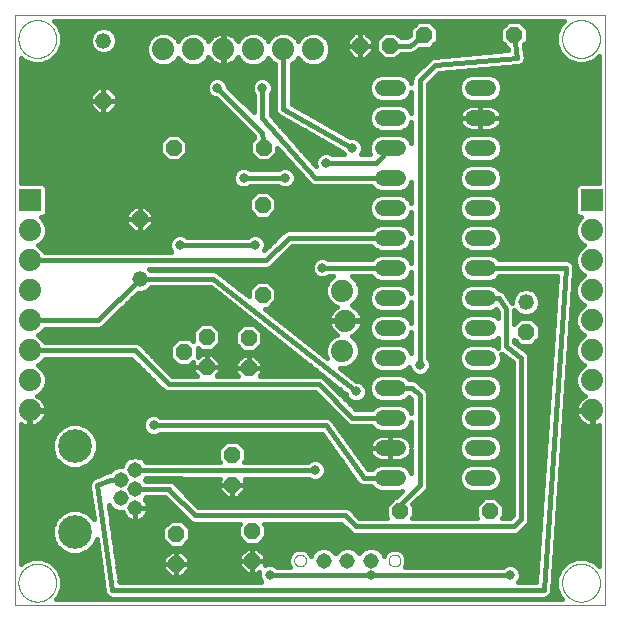
<source format=gbl>
G75*
%MOIN*%
%OFA0B0*%
%FSLAX25Y25*%
%IPPOS*%
%LPD*%
%AMOC8*
5,1,8,0,0,1.08239X$1,22.5*
%
%ADD10C,0.00000*%
%ADD11OC8,0.05200*%
%ADD12C,0.05200*%
%ADD13C,0.05200*%
%ADD14C,0.07400*%
%ADD15R,0.07400X0.07400*%
%ADD16C,0.05150*%
%ADD17C,0.11220*%
%ADD18C,0.03169*%
%ADD19C,0.01600*%
D10*
X0010043Y0001800D02*
X0010043Y0198650D01*
X0206893Y0198650D01*
X0206893Y0001800D01*
X0010043Y0001800D01*
X0011244Y0009300D02*
X0011246Y0009458D01*
X0011252Y0009616D01*
X0011262Y0009774D01*
X0011276Y0009932D01*
X0011294Y0010089D01*
X0011315Y0010246D01*
X0011341Y0010402D01*
X0011371Y0010558D01*
X0011404Y0010713D01*
X0011442Y0010866D01*
X0011483Y0011019D01*
X0011528Y0011171D01*
X0011577Y0011322D01*
X0011630Y0011471D01*
X0011686Y0011619D01*
X0011746Y0011765D01*
X0011810Y0011910D01*
X0011878Y0012053D01*
X0011949Y0012195D01*
X0012023Y0012335D01*
X0012101Y0012472D01*
X0012183Y0012608D01*
X0012267Y0012742D01*
X0012356Y0012873D01*
X0012447Y0013002D01*
X0012542Y0013129D01*
X0012639Y0013254D01*
X0012740Y0013376D01*
X0012844Y0013495D01*
X0012951Y0013612D01*
X0013061Y0013726D01*
X0013174Y0013837D01*
X0013289Y0013946D01*
X0013407Y0014051D01*
X0013528Y0014153D01*
X0013651Y0014253D01*
X0013777Y0014349D01*
X0013905Y0014442D01*
X0014035Y0014532D01*
X0014168Y0014618D01*
X0014303Y0014702D01*
X0014439Y0014781D01*
X0014578Y0014858D01*
X0014719Y0014930D01*
X0014861Y0015000D01*
X0015005Y0015065D01*
X0015151Y0015127D01*
X0015298Y0015185D01*
X0015447Y0015240D01*
X0015597Y0015291D01*
X0015748Y0015338D01*
X0015900Y0015381D01*
X0016053Y0015420D01*
X0016208Y0015456D01*
X0016363Y0015487D01*
X0016519Y0015515D01*
X0016675Y0015539D01*
X0016832Y0015559D01*
X0016990Y0015575D01*
X0017147Y0015587D01*
X0017306Y0015595D01*
X0017464Y0015599D01*
X0017622Y0015599D01*
X0017780Y0015595D01*
X0017939Y0015587D01*
X0018096Y0015575D01*
X0018254Y0015559D01*
X0018411Y0015539D01*
X0018567Y0015515D01*
X0018723Y0015487D01*
X0018878Y0015456D01*
X0019033Y0015420D01*
X0019186Y0015381D01*
X0019338Y0015338D01*
X0019489Y0015291D01*
X0019639Y0015240D01*
X0019788Y0015185D01*
X0019935Y0015127D01*
X0020081Y0015065D01*
X0020225Y0015000D01*
X0020367Y0014930D01*
X0020508Y0014858D01*
X0020647Y0014781D01*
X0020783Y0014702D01*
X0020918Y0014618D01*
X0021051Y0014532D01*
X0021181Y0014442D01*
X0021309Y0014349D01*
X0021435Y0014253D01*
X0021558Y0014153D01*
X0021679Y0014051D01*
X0021797Y0013946D01*
X0021912Y0013837D01*
X0022025Y0013726D01*
X0022135Y0013612D01*
X0022242Y0013495D01*
X0022346Y0013376D01*
X0022447Y0013254D01*
X0022544Y0013129D01*
X0022639Y0013002D01*
X0022730Y0012873D01*
X0022819Y0012742D01*
X0022903Y0012608D01*
X0022985Y0012472D01*
X0023063Y0012335D01*
X0023137Y0012195D01*
X0023208Y0012053D01*
X0023276Y0011910D01*
X0023340Y0011765D01*
X0023400Y0011619D01*
X0023456Y0011471D01*
X0023509Y0011322D01*
X0023558Y0011171D01*
X0023603Y0011019D01*
X0023644Y0010866D01*
X0023682Y0010713D01*
X0023715Y0010558D01*
X0023745Y0010402D01*
X0023771Y0010246D01*
X0023792Y0010089D01*
X0023810Y0009932D01*
X0023824Y0009774D01*
X0023834Y0009616D01*
X0023840Y0009458D01*
X0023842Y0009300D01*
X0023840Y0009142D01*
X0023834Y0008984D01*
X0023824Y0008826D01*
X0023810Y0008668D01*
X0023792Y0008511D01*
X0023771Y0008354D01*
X0023745Y0008198D01*
X0023715Y0008042D01*
X0023682Y0007887D01*
X0023644Y0007734D01*
X0023603Y0007581D01*
X0023558Y0007429D01*
X0023509Y0007278D01*
X0023456Y0007129D01*
X0023400Y0006981D01*
X0023340Y0006835D01*
X0023276Y0006690D01*
X0023208Y0006547D01*
X0023137Y0006405D01*
X0023063Y0006265D01*
X0022985Y0006128D01*
X0022903Y0005992D01*
X0022819Y0005858D01*
X0022730Y0005727D01*
X0022639Y0005598D01*
X0022544Y0005471D01*
X0022447Y0005346D01*
X0022346Y0005224D01*
X0022242Y0005105D01*
X0022135Y0004988D01*
X0022025Y0004874D01*
X0021912Y0004763D01*
X0021797Y0004654D01*
X0021679Y0004549D01*
X0021558Y0004447D01*
X0021435Y0004347D01*
X0021309Y0004251D01*
X0021181Y0004158D01*
X0021051Y0004068D01*
X0020918Y0003982D01*
X0020783Y0003898D01*
X0020647Y0003819D01*
X0020508Y0003742D01*
X0020367Y0003670D01*
X0020225Y0003600D01*
X0020081Y0003535D01*
X0019935Y0003473D01*
X0019788Y0003415D01*
X0019639Y0003360D01*
X0019489Y0003309D01*
X0019338Y0003262D01*
X0019186Y0003219D01*
X0019033Y0003180D01*
X0018878Y0003144D01*
X0018723Y0003113D01*
X0018567Y0003085D01*
X0018411Y0003061D01*
X0018254Y0003041D01*
X0018096Y0003025D01*
X0017939Y0003013D01*
X0017780Y0003005D01*
X0017622Y0003001D01*
X0017464Y0003001D01*
X0017306Y0003005D01*
X0017147Y0003013D01*
X0016990Y0003025D01*
X0016832Y0003041D01*
X0016675Y0003061D01*
X0016519Y0003085D01*
X0016363Y0003113D01*
X0016208Y0003144D01*
X0016053Y0003180D01*
X0015900Y0003219D01*
X0015748Y0003262D01*
X0015597Y0003309D01*
X0015447Y0003360D01*
X0015298Y0003415D01*
X0015151Y0003473D01*
X0015005Y0003535D01*
X0014861Y0003600D01*
X0014719Y0003670D01*
X0014578Y0003742D01*
X0014439Y0003819D01*
X0014303Y0003898D01*
X0014168Y0003982D01*
X0014035Y0004068D01*
X0013905Y0004158D01*
X0013777Y0004251D01*
X0013651Y0004347D01*
X0013528Y0004447D01*
X0013407Y0004549D01*
X0013289Y0004654D01*
X0013174Y0004763D01*
X0013061Y0004874D01*
X0012951Y0004988D01*
X0012844Y0005105D01*
X0012740Y0005224D01*
X0012639Y0005346D01*
X0012542Y0005471D01*
X0012447Y0005598D01*
X0012356Y0005727D01*
X0012267Y0005858D01*
X0012183Y0005992D01*
X0012101Y0006128D01*
X0012023Y0006265D01*
X0011949Y0006405D01*
X0011878Y0006547D01*
X0011810Y0006690D01*
X0011746Y0006835D01*
X0011686Y0006981D01*
X0011630Y0007129D01*
X0011577Y0007278D01*
X0011528Y0007429D01*
X0011483Y0007581D01*
X0011442Y0007734D01*
X0011404Y0007887D01*
X0011371Y0008042D01*
X0011341Y0008198D01*
X0011315Y0008354D01*
X0011294Y0008511D01*
X0011276Y0008668D01*
X0011262Y0008826D01*
X0011252Y0008984D01*
X0011246Y0009142D01*
X0011244Y0009300D01*
X0103172Y0016692D02*
X0103174Y0016780D01*
X0103180Y0016868D01*
X0103190Y0016956D01*
X0103204Y0017044D01*
X0103221Y0017130D01*
X0103243Y0017216D01*
X0103268Y0017300D01*
X0103298Y0017384D01*
X0103330Y0017466D01*
X0103367Y0017546D01*
X0103407Y0017625D01*
X0103451Y0017702D01*
X0103498Y0017777D01*
X0103548Y0017849D01*
X0103602Y0017920D01*
X0103658Y0017987D01*
X0103718Y0018053D01*
X0103780Y0018115D01*
X0103846Y0018175D01*
X0103913Y0018231D01*
X0103984Y0018285D01*
X0104056Y0018335D01*
X0104131Y0018382D01*
X0104208Y0018426D01*
X0104287Y0018466D01*
X0104367Y0018503D01*
X0104449Y0018535D01*
X0104533Y0018565D01*
X0104617Y0018590D01*
X0104703Y0018612D01*
X0104789Y0018629D01*
X0104877Y0018643D01*
X0104965Y0018653D01*
X0105053Y0018659D01*
X0105141Y0018661D01*
X0105229Y0018659D01*
X0105317Y0018653D01*
X0105405Y0018643D01*
X0105493Y0018629D01*
X0105579Y0018612D01*
X0105665Y0018590D01*
X0105749Y0018565D01*
X0105833Y0018535D01*
X0105915Y0018503D01*
X0105995Y0018466D01*
X0106074Y0018426D01*
X0106151Y0018382D01*
X0106226Y0018335D01*
X0106298Y0018285D01*
X0106369Y0018231D01*
X0106436Y0018175D01*
X0106502Y0018115D01*
X0106564Y0018053D01*
X0106624Y0017987D01*
X0106680Y0017920D01*
X0106734Y0017849D01*
X0106784Y0017777D01*
X0106831Y0017702D01*
X0106875Y0017625D01*
X0106915Y0017546D01*
X0106952Y0017466D01*
X0106984Y0017384D01*
X0107014Y0017300D01*
X0107039Y0017216D01*
X0107061Y0017130D01*
X0107078Y0017044D01*
X0107092Y0016956D01*
X0107102Y0016868D01*
X0107108Y0016780D01*
X0107110Y0016692D01*
X0107108Y0016604D01*
X0107102Y0016516D01*
X0107092Y0016428D01*
X0107078Y0016340D01*
X0107061Y0016254D01*
X0107039Y0016168D01*
X0107014Y0016084D01*
X0106984Y0016000D01*
X0106952Y0015918D01*
X0106915Y0015838D01*
X0106875Y0015759D01*
X0106831Y0015682D01*
X0106784Y0015607D01*
X0106734Y0015535D01*
X0106680Y0015464D01*
X0106624Y0015397D01*
X0106564Y0015331D01*
X0106502Y0015269D01*
X0106436Y0015209D01*
X0106369Y0015153D01*
X0106298Y0015099D01*
X0106226Y0015049D01*
X0106151Y0015002D01*
X0106074Y0014958D01*
X0105995Y0014918D01*
X0105915Y0014881D01*
X0105833Y0014849D01*
X0105749Y0014819D01*
X0105665Y0014794D01*
X0105579Y0014772D01*
X0105493Y0014755D01*
X0105405Y0014741D01*
X0105317Y0014731D01*
X0105229Y0014725D01*
X0105141Y0014723D01*
X0105053Y0014725D01*
X0104965Y0014731D01*
X0104877Y0014741D01*
X0104789Y0014755D01*
X0104703Y0014772D01*
X0104617Y0014794D01*
X0104533Y0014819D01*
X0104449Y0014849D01*
X0104367Y0014881D01*
X0104287Y0014918D01*
X0104208Y0014958D01*
X0104131Y0015002D01*
X0104056Y0015049D01*
X0103984Y0015099D01*
X0103913Y0015153D01*
X0103846Y0015209D01*
X0103780Y0015269D01*
X0103718Y0015331D01*
X0103658Y0015397D01*
X0103602Y0015464D01*
X0103548Y0015535D01*
X0103498Y0015607D01*
X0103451Y0015682D01*
X0103407Y0015759D01*
X0103367Y0015838D01*
X0103330Y0015918D01*
X0103298Y0016000D01*
X0103268Y0016084D01*
X0103243Y0016168D01*
X0103221Y0016254D01*
X0103204Y0016340D01*
X0103190Y0016428D01*
X0103180Y0016516D01*
X0103174Y0016604D01*
X0103172Y0016692D01*
X0134668Y0016692D02*
X0134670Y0016780D01*
X0134676Y0016868D01*
X0134686Y0016956D01*
X0134700Y0017044D01*
X0134717Y0017130D01*
X0134739Y0017216D01*
X0134764Y0017300D01*
X0134794Y0017384D01*
X0134826Y0017466D01*
X0134863Y0017546D01*
X0134903Y0017625D01*
X0134947Y0017702D01*
X0134994Y0017777D01*
X0135044Y0017849D01*
X0135098Y0017920D01*
X0135154Y0017987D01*
X0135214Y0018053D01*
X0135276Y0018115D01*
X0135342Y0018175D01*
X0135409Y0018231D01*
X0135480Y0018285D01*
X0135552Y0018335D01*
X0135627Y0018382D01*
X0135704Y0018426D01*
X0135783Y0018466D01*
X0135863Y0018503D01*
X0135945Y0018535D01*
X0136029Y0018565D01*
X0136113Y0018590D01*
X0136199Y0018612D01*
X0136285Y0018629D01*
X0136373Y0018643D01*
X0136461Y0018653D01*
X0136549Y0018659D01*
X0136637Y0018661D01*
X0136725Y0018659D01*
X0136813Y0018653D01*
X0136901Y0018643D01*
X0136989Y0018629D01*
X0137075Y0018612D01*
X0137161Y0018590D01*
X0137245Y0018565D01*
X0137329Y0018535D01*
X0137411Y0018503D01*
X0137491Y0018466D01*
X0137570Y0018426D01*
X0137647Y0018382D01*
X0137722Y0018335D01*
X0137794Y0018285D01*
X0137865Y0018231D01*
X0137932Y0018175D01*
X0137998Y0018115D01*
X0138060Y0018053D01*
X0138120Y0017987D01*
X0138176Y0017920D01*
X0138230Y0017849D01*
X0138280Y0017777D01*
X0138327Y0017702D01*
X0138371Y0017625D01*
X0138411Y0017546D01*
X0138448Y0017466D01*
X0138480Y0017384D01*
X0138510Y0017300D01*
X0138535Y0017216D01*
X0138557Y0017130D01*
X0138574Y0017044D01*
X0138588Y0016956D01*
X0138598Y0016868D01*
X0138604Y0016780D01*
X0138606Y0016692D01*
X0138604Y0016604D01*
X0138598Y0016516D01*
X0138588Y0016428D01*
X0138574Y0016340D01*
X0138557Y0016254D01*
X0138535Y0016168D01*
X0138510Y0016084D01*
X0138480Y0016000D01*
X0138448Y0015918D01*
X0138411Y0015838D01*
X0138371Y0015759D01*
X0138327Y0015682D01*
X0138280Y0015607D01*
X0138230Y0015535D01*
X0138176Y0015464D01*
X0138120Y0015397D01*
X0138060Y0015331D01*
X0137998Y0015269D01*
X0137932Y0015209D01*
X0137865Y0015153D01*
X0137794Y0015099D01*
X0137722Y0015049D01*
X0137647Y0015002D01*
X0137570Y0014958D01*
X0137491Y0014918D01*
X0137411Y0014881D01*
X0137329Y0014849D01*
X0137245Y0014819D01*
X0137161Y0014794D01*
X0137075Y0014772D01*
X0136989Y0014755D01*
X0136901Y0014741D01*
X0136813Y0014731D01*
X0136725Y0014725D01*
X0136637Y0014723D01*
X0136549Y0014725D01*
X0136461Y0014731D01*
X0136373Y0014741D01*
X0136285Y0014755D01*
X0136199Y0014772D01*
X0136113Y0014794D01*
X0136029Y0014819D01*
X0135945Y0014849D01*
X0135863Y0014881D01*
X0135783Y0014918D01*
X0135704Y0014958D01*
X0135627Y0015002D01*
X0135552Y0015049D01*
X0135480Y0015099D01*
X0135409Y0015153D01*
X0135342Y0015209D01*
X0135276Y0015269D01*
X0135214Y0015331D01*
X0135154Y0015397D01*
X0135098Y0015464D01*
X0135044Y0015535D01*
X0134994Y0015607D01*
X0134947Y0015682D01*
X0134903Y0015759D01*
X0134863Y0015838D01*
X0134826Y0015918D01*
X0134794Y0016000D01*
X0134764Y0016084D01*
X0134739Y0016168D01*
X0134717Y0016254D01*
X0134700Y0016340D01*
X0134686Y0016428D01*
X0134676Y0016516D01*
X0134670Y0016604D01*
X0134668Y0016692D01*
X0192494Y0009300D02*
X0192496Y0009458D01*
X0192502Y0009616D01*
X0192512Y0009774D01*
X0192526Y0009932D01*
X0192544Y0010089D01*
X0192565Y0010246D01*
X0192591Y0010402D01*
X0192621Y0010558D01*
X0192654Y0010713D01*
X0192692Y0010866D01*
X0192733Y0011019D01*
X0192778Y0011171D01*
X0192827Y0011322D01*
X0192880Y0011471D01*
X0192936Y0011619D01*
X0192996Y0011765D01*
X0193060Y0011910D01*
X0193128Y0012053D01*
X0193199Y0012195D01*
X0193273Y0012335D01*
X0193351Y0012472D01*
X0193433Y0012608D01*
X0193517Y0012742D01*
X0193606Y0012873D01*
X0193697Y0013002D01*
X0193792Y0013129D01*
X0193889Y0013254D01*
X0193990Y0013376D01*
X0194094Y0013495D01*
X0194201Y0013612D01*
X0194311Y0013726D01*
X0194424Y0013837D01*
X0194539Y0013946D01*
X0194657Y0014051D01*
X0194778Y0014153D01*
X0194901Y0014253D01*
X0195027Y0014349D01*
X0195155Y0014442D01*
X0195285Y0014532D01*
X0195418Y0014618D01*
X0195553Y0014702D01*
X0195689Y0014781D01*
X0195828Y0014858D01*
X0195969Y0014930D01*
X0196111Y0015000D01*
X0196255Y0015065D01*
X0196401Y0015127D01*
X0196548Y0015185D01*
X0196697Y0015240D01*
X0196847Y0015291D01*
X0196998Y0015338D01*
X0197150Y0015381D01*
X0197303Y0015420D01*
X0197458Y0015456D01*
X0197613Y0015487D01*
X0197769Y0015515D01*
X0197925Y0015539D01*
X0198082Y0015559D01*
X0198240Y0015575D01*
X0198397Y0015587D01*
X0198556Y0015595D01*
X0198714Y0015599D01*
X0198872Y0015599D01*
X0199030Y0015595D01*
X0199189Y0015587D01*
X0199346Y0015575D01*
X0199504Y0015559D01*
X0199661Y0015539D01*
X0199817Y0015515D01*
X0199973Y0015487D01*
X0200128Y0015456D01*
X0200283Y0015420D01*
X0200436Y0015381D01*
X0200588Y0015338D01*
X0200739Y0015291D01*
X0200889Y0015240D01*
X0201038Y0015185D01*
X0201185Y0015127D01*
X0201331Y0015065D01*
X0201475Y0015000D01*
X0201617Y0014930D01*
X0201758Y0014858D01*
X0201897Y0014781D01*
X0202033Y0014702D01*
X0202168Y0014618D01*
X0202301Y0014532D01*
X0202431Y0014442D01*
X0202559Y0014349D01*
X0202685Y0014253D01*
X0202808Y0014153D01*
X0202929Y0014051D01*
X0203047Y0013946D01*
X0203162Y0013837D01*
X0203275Y0013726D01*
X0203385Y0013612D01*
X0203492Y0013495D01*
X0203596Y0013376D01*
X0203697Y0013254D01*
X0203794Y0013129D01*
X0203889Y0013002D01*
X0203980Y0012873D01*
X0204069Y0012742D01*
X0204153Y0012608D01*
X0204235Y0012472D01*
X0204313Y0012335D01*
X0204387Y0012195D01*
X0204458Y0012053D01*
X0204526Y0011910D01*
X0204590Y0011765D01*
X0204650Y0011619D01*
X0204706Y0011471D01*
X0204759Y0011322D01*
X0204808Y0011171D01*
X0204853Y0011019D01*
X0204894Y0010866D01*
X0204932Y0010713D01*
X0204965Y0010558D01*
X0204995Y0010402D01*
X0205021Y0010246D01*
X0205042Y0010089D01*
X0205060Y0009932D01*
X0205074Y0009774D01*
X0205084Y0009616D01*
X0205090Y0009458D01*
X0205092Y0009300D01*
X0205090Y0009142D01*
X0205084Y0008984D01*
X0205074Y0008826D01*
X0205060Y0008668D01*
X0205042Y0008511D01*
X0205021Y0008354D01*
X0204995Y0008198D01*
X0204965Y0008042D01*
X0204932Y0007887D01*
X0204894Y0007734D01*
X0204853Y0007581D01*
X0204808Y0007429D01*
X0204759Y0007278D01*
X0204706Y0007129D01*
X0204650Y0006981D01*
X0204590Y0006835D01*
X0204526Y0006690D01*
X0204458Y0006547D01*
X0204387Y0006405D01*
X0204313Y0006265D01*
X0204235Y0006128D01*
X0204153Y0005992D01*
X0204069Y0005858D01*
X0203980Y0005727D01*
X0203889Y0005598D01*
X0203794Y0005471D01*
X0203697Y0005346D01*
X0203596Y0005224D01*
X0203492Y0005105D01*
X0203385Y0004988D01*
X0203275Y0004874D01*
X0203162Y0004763D01*
X0203047Y0004654D01*
X0202929Y0004549D01*
X0202808Y0004447D01*
X0202685Y0004347D01*
X0202559Y0004251D01*
X0202431Y0004158D01*
X0202301Y0004068D01*
X0202168Y0003982D01*
X0202033Y0003898D01*
X0201897Y0003819D01*
X0201758Y0003742D01*
X0201617Y0003670D01*
X0201475Y0003600D01*
X0201331Y0003535D01*
X0201185Y0003473D01*
X0201038Y0003415D01*
X0200889Y0003360D01*
X0200739Y0003309D01*
X0200588Y0003262D01*
X0200436Y0003219D01*
X0200283Y0003180D01*
X0200128Y0003144D01*
X0199973Y0003113D01*
X0199817Y0003085D01*
X0199661Y0003061D01*
X0199504Y0003041D01*
X0199346Y0003025D01*
X0199189Y0003013D01*
X0199030Y0003005D01*
X0198872Y0003001D01*
X0198714Y0003001D01*
X0198556Y0003005D01*
X0198397Y0003013D01*
X0198240Y0003025D01*
X0198082Y0003041D01*
X0197925Y0003061D01*
X0197769Y0003085D01*
X0197613Y0003113D01*
X0197458Y0003144D01*
X0197303Y0003180D01*
X0197150Y0003219D01*
X0196998Y0003262D01*
X0196847Y0003309D01*
X0196697Y0003360D01*
X0196548Y0003415D01*
X0196401Y0003473D01*
X0196255Y0003535D01*
X0196111Y0003600D01*
X0195969Y0003670D01*
X0195828Y0003742D01*
X0195689Y0003819D01*
X0195553Y0003898D01*
X0195418Y0003982D01*
X0195285Y0004068D01*
X0195155Y0004158D01*
X0195027Y0004251D01*
X0194901Y0004347D01*
X0194778Y0004447D01*
X0194657Y0004549D01*
X0194539Y0004654D01*
X0194424Y0004763D01*
X0194311Y0004874D01*
X0194201Y0004988D01*
X0194094Y0005105D01*
X0193990Y0005224D01*
X0193889Y0005346D01*
X0193792Y0005471D01*
X0193697Y0005598D01*
X0193606Y0005727D01*
X0193517Y0005858D01*
X0193433Y0005992D01*
X0193351Y0006128D01*
X0193273Y0006265D01*
X0193199Y0006405D01*
X0193128Y0006547D01*
X0193060Y0006690D01*
X0192996Y0006835D01*
X0192936Y0006981D01*
X0192880Y0007129D01*
X0192827Y0007278D01*
X0192778Y0007429D01*
X0192733Y0007581D01*
X0192692Y0007734D01*
X0192654Y0007887D01*
X0192621Y0008042D01*
X0192591Y0008198D01*
X0192565Y0008354D01*
X0192544Y0008511D01*
X0192526Y0008668D01*
X0192512Y0008826D01*
X0192502Y0008984D01*
X0192496Y0009142D01*
X0192494Y0009300D01*
X0192494Y0190550D02*
X0192496Y0190708D01*
X0192502Y0190866D01*
X0192512Y0191024D01*
X0192526Y0191182D01*
X0192544Y0191339D01*
X0192565Y0191496D01*
X0192591Y0191652D01*
X0192621Y0191808D01*
X0192654Y0191963D01*
X0192692Y0192116D01*
X0192733Y0192269D01*
X0192778Y0192421D01*
X0192827Y0192572D01*
X0192880Y0192721D01*
X0192936Y0192869D01*
X0192996Y0193015D01*
X0193060Y0193160D01*
X0193128Y0193303D01*
X0193199Y0193445D01*
X0193273Y0193585D01*
X0193351Y0193722D01*
X0193433Y0193858D01*
X0193517Y0193992D01*
X0193606Y0194123D01*
X0193697Y0194252D01*
X0193792Y0194379D01*
X0193889Y0194504D01*
X0193990Y0194626D01*
X0194094Y0194745D01*
X0194201Y0194862D01*
X0194311Y0194976D01*
X0194424Y0195087D01*
X0194539Y0195196D01*
X0194657Y0195301D01*
X0194778Y0195403D01*
X0194901Y0195503D01*
X0195027Y0195599D01*
X0195155Y0195692D01*
X0195285Y0195782D01*
X0195418Y0195868D01*
X0195553Y0195952D01*
X0195689Y0196031D01*
X0195828Y0196108D01*
X0195969Y0196180D01*
X0196111Y0196250D01*
X0196255Y0196315D01*
X0196401Y0196377D01*
X0196548Y0196435D01*
X0196697Y0196490D01*
X0196847Y0196541D01*
X0196998Y0196588D01*
X0197150Y0196631D01*
X0197303Y0196670D01*
X0197458Y0196706D01*
X0197613Y0196737D01*
X0197769Y0196765D01*
X0197925Y0196789D01*
X0198082Y0196809D01*
X0198240Y0196825D01*
X0198397Y0196837D01*
X0198556Y0196845D01*
X0198714Y0196849D01*
X0198872Y0196849D01*
X0199030Y0196845D01*
X0199189Y0196837D01*
X0199346Y0196825D01*
X0199504Y0196809D01*
X0199661Y0196789D01*
X0199817Y0196765D01*
X0199973Y0196737D01*
X0200128Y0196706D01*
X0200283Y0196670D01*
X0200436Y0196631D01*
X0200588Y0196588D01*
X0200739Y0196541D01*
X0200889Y0196490D01*
X0201038Y0196435D01*
X0201185Y0196377D01*
X0201331Y0196315D01*
X0201475Y0196250D01*
X0201617Y0196180D01*
X0201758Y0196108D01*
X0201897Y0196031D01*
X0202033Y0195952D01*
X0202168Y0195868D01*
X0202301Y0195782D01*
X0202431Y0195692D01*
X0202559Y0195599D01*
X0202685Y0195503D01*
X0202808Y0195403D01*
X0202929Y0195301D01*
X0203047Y0195196D01*
X0203162Y0195087D01*
X0203275Y0194976D01*
X0203385Y0194862D01*
X0203492Y0194745D01*
X0203596Y0194626D01*
X0203697Y0194504D01*
X0203794Y0194379D01*
X0203889Y0194252D01*
X0203980Y0194123D01*
X0204069Y0193992D01*
X0204153Y0193858D01*
X0204235Y0193722D01*
X0204313Y0193585D01*
X0204387Y0193445D01*
X0204458Y0193303D01*
X0204526Y0193160D01*
X0204590Y0193015D01*
X0204650Y0192869D01*
X0204706Y0192721D01*
X0204759Y0192572D01*
X0204808Y0192421D01*
X0204853Y0192269D01*
X0204894Y0192116D01*
X0204932Y0191963D01*
X0204965Y0191808D01*
X0204995Y0191652D01*
X0205021Y0191496D01*
X0205042Y0191339D01*
X0205060Y0191182D01*
X0205074Y0191024D01*
X0205084Y0190866D01*
X0205090Y0190708D01*
X0205092Y0190550D01*
X0205090Y0190392D01*
X0205084Y0190234D01*
X0205074Y0190076D01*
X0205060Y0189918D01*
X0205042Y0189761D01*
X0205021Y0189604D01*
X0204995Y0189448D01*
X0204965Y0189292D01*
X0204932Y0189137D01*
X0204894Y0188984D01*
X0204853Y0188831D01*
X0204808Y0188679D01*
X0204759Y0188528D01*
X0204706Y0188379D01*
X0204650Y0188231D01*
X0204590Y0188085D01*
X0204526Y0187940D01*
X0204458Y0187797D01*
X0204387Y0187655D01*
X0204313Y0187515D01*
X0204235Y0187378D01*
X0204153Y0187242D01*
X0204069Y0187108D01*
X0203980Y0186977D01*
X0203889Y0186848D01*
X0203794Y0186721D01*
X0203697Y0186596D01*
X0203596Y0186474D01*
X0203492Y0186355D01*
X0203385Y0186238D01*
X0203275Y0186124D01*
X0203162Y0186013D01*
X0203047Y0185904D01*
X0202929Y0185799D01*
X0202808Y0185697D01*
X0202685Y0185597D01*
X0202559Y0185501D01*
X0202431Y0185408D01*
X0202301Y0185318D01*
X0202168Y0185232D01*
X0202033Y0185148D01*
X0201897Y0185069D01*
X0201758Y0184992D01*
X0201617Y0184920D01*
X0201475Y0184850D01*
X0201331Y0184785D01*
X0201185Y0184723D01*
X0201038Y0184665D01*
X0200889Y0184610D01*
X0200739Y0184559D01*
X0200588Y0184512D01*
X0200436Y0184469D01*
X0200283Y0184430D01*
X0200128Y0184394D01*
X0199973Y0184363D01*
X0199817Y0184335D01*
X0199661Y0184311D01*
X0199504Y0184291D01*
X0199346Y0184275D01*
X0199189Y0184263D01*
X0199030Y0184255D01*
X0198872Y0184251D01*
X0198714Y0184251D01*
X0198556Y0184255D01*
X0198397Y0184263D01*
X0198240Y0184275D01*
X0198082Y0184291D01*
X0197925Y0184311D01*
X0197769Y0184335D01*
X0197613Y0184363D01*
X0197458Y0184394D01*
X0197303Y0184430D01*
X0197150Y0184469D01*
X0196998Y0184512D01*
X0196847Y0184559D01*
X0196697Y0184610D01*
X0196548Y0184665D01*
X0196401Y0184723D01*
X0196255Y0184785D01*
X0196111Y0184850D01*
X0195969Y0184920D01*
X0195828Y0184992D01*
X0195689Y0185069D01*
X0195553Y0185148D01*
X0195418Y0185232D01*
X0195285Y0185318D01*
X0195155Y0185408D01*
X0195027Y0185501D01*
X0194901Y0185597D01*
X0194778Y0185697D01*
X0194657Y0185799D01*
X0194539Y0185904D01*
X0194424Y0186013D01*
X0194311Y0186124D01*
X0194201Y0186238D01*
X0194094Y0186355D01*
X0193990Y0186474D01*
X0193889Y0186596D01*
X0193792Y0186721D01*
X0193697Y0186848D01*
X0193606Y0186977D01*
X0193517Y0187108D01*
X0193433Y0187242D01*
X0193351Y0187378D01*
X0193273Y0187515D01*
X0193199Y0187655D01*
X0193128Y0187797D01*
X0193060Y0187940D01*
X0192996Y0188085D01*
X0192936Y0188231D01*
X0192880Y0188379D01*
X0192827Y0188528D01*
X0192778Y0188679D01*
X0192733Y0188831D01*
X0192692Y0188984D01*
X0192654Y0189137D01*
X0192621Y0189292D01*
X0192591Y0189448D01*
X0192565Y0189604D01*
X0192544Y0189761D01*
X0192526Y0189918D01*
X0192512Y0190076D01*
X0192502Y0190234D01*
X0192496Y0190392D01*
X0192494Y0190550D01*
X0011244Y0190550D02*
X0011246Y0190708D01*
X0011252Y0190866D01*
X0011262Y0191024D01*
X0011276Y0191182D01*
X0011294Y0191339D01*
X0011315Y0191496D01*
X0011341Y0191652D01*
X0011371Y0191808D01*
X0011404Y0191963D01*
X0011442Y0192116D01*
X0011483Y0192269D01*
X0011528Y0192421D01*
X0011577Y0192572D01*
X0011630Y0192721D01*
X0011686Y0192869D01*
X0011746Y0193015D01*
X0011810Y0193160D01*
X0011878Y0193303D01*
X0011949Y0193445D01*
X0012023Y0193585D01*
X0012101Y0193722D01*
X0012183Y0193858D01*
X0012267Y0193992D01*
X0012356Y0194123D01*
X0012447Y0194252D01*
X0012542Y0194379D01*
X0012639Y0194504D01*
X0012740Y0194626D01*
X0012844Y0194745D01*
X0012951Y0194862D01*
X0013061Y0194976D01*
X0013174Y0195087D01*
X0013289Y0195196D01*
X0013407Y0195301D01*
X0013528Y0195403D01*
X0013651Y0195503D01*
X0013777Y0195599D01*
X0013905Y0195692D01*
X0014035Y0195782D01*
X0014168Y0195868D01*
X0014303Y0195952D01*
X0014439Y0196031D01*
X0014578Y0196108D01*
X0014719Y0196180D01*
X0014861Y0196250D01*
X0015005Y0196315D01*
X0015151Y0196377D01*
X0015298Y0196435D01*
X0015447Y0196490D01*
X0015597Y0196541D01*
X0015748Y0196588D01*
X0015900Y0196631D01*
X0016053Y0196670D01*
X0016208Y0196706D01*
X0016363Y0196737D01*
X0016519Y0196765D01*
X0016675Y0196789D01*
X0016832Y0196809D01*
X0016990Y0196825D01*
X0017147Y0196837D01*
X0017306Y0196845D01*
X0017464Y0196849D01*
X0017622Y0196849D01*
X0017780Y0196845D01*
X0017939Y0196837D01*
X0018096Y0196825D01*
X0018254Y0196809D01*
X0018411Y0196789D01*
X0018567Y0196765D01*
X0018723Y0196737D01*
X0018878Y0196706D01*
X0019033Y0196670D01*
X0019186Y0196631D01*
X0019338Y0196588D01*
X0019489Y0196541D01*
X0019639Y0196490D01*
X0019788Y0196435D01*
X0019935Y0196377D01*
X0020081Y0196315D01*
X0020225Y0196250D01*
X0020367Y0196180D01*
X0020508Y0196108D01*
X0020647Y0196031D01*
X0020783Y0195952D01*
X0020918Y0195868D01*
X0021051Y0195782D01*
X0021181Y0195692D01*
X0021309Y0195599D01*
X0021435Y0195503D01*
X0021558Y0195403D01*
X0021679Y0195301D01*
X0021797Y0195196D01*
X0021912Y0195087D01*
X0022025Y0194976D01*
X0022135Y0194862D01*
X0022242Y0194745D01*
X0022346Y0194626D01*
X0022447Y0194504D01*
X0022544Y0194379D01*
X0022639Y0194252D01*
X0022730Y0194123D01*
X0022819Y0193992D01*
X0022903Y0193858D01*
X0022985Y0193722D01*
X0023063Y0193585D01*
X0023137Y0193445D01*
X0023208Y0193303D01*
X0023276Y0193160D01*
X0023340Y0193015D01*
X0023400Y0192869D01*
X0023456Y0192721D01*
X0023509Y0192572D01*
X0023558Y0192421D01*
X0023603Y0192269D01*
X0023644Y0192116D01*
X0023682Y0191963D01*
X0023715Y0191808D01*
X0023745Y0191652D01*
X0023771Y0191496D01*
X0023792Y0191339D01*
X0023810Y0191182D01*
X0023824Y0191024D01*
X0023834Y0190866D01*
X0023840Y0190708D01*
X0023842Y0190550D01*
X0023840Y0190392D01*
X0023834Y0190234D01*
X0023824Y0190076D01*
X0023810Y0189918D01*
X0023792Y0189761D01*
X0023771Y0189604D01*
X0023745Y0189448D01*
X0023715Y0189292D01*
X0023682Y0189137D01*
X0023644Y0188984D01*
X0023603Y0188831D01*
X0023558Y0188679D01*
X0023509Y0188528D01*
X0023456Y0188379D01*
X0023400Y0188231D01*
X0023340Y0188085D01*
X0023276Y0187940D01*
X0023208Y0187797D01*
X0023137Y0187655D01*
X0023063Y0187515D01*
X0022985Y0187378D01*
X0022903Y0187242D01*
X0022819Y0187108D01*
X0022730Y0186977D01*
X0022639Y0186848D01*
X0022544Y0186721D01*
X0022447Y0186596D01*
X0022346Y0186474D01*
X0022242Y0186355D01*
X0022135Y0186238D01*
X0022025Y0186124D01*
X0021912Y0186013D01*
X0021797Y0185904D01*
X0021679Y0185799D01*
X0021558Y0185697D01*
X0021435Y0185597D01*
X0021309Y0185501D01*
X0021181Y0185408D01*
X0021051Y0185318D01*
X0020918Y0185232D01*
X0020783Y0185148D01*
X0020647Y0185069D01*
X0020508Y0184992D01*
X0020367Y0184920D01*
X0020225Y0184850D01*
X0020081Y0184785D01*
X0019935Y0184723D01*
X0019788Y0184665D01*
X0019639Y0184610D01*
X0019489Y0184559D01*
X0019338Y0184512D01*
X0019186Y0184469D01*
X0019033Y0184430D01*
X0018878Y0184394D01*
X0018723Y0184363D01*
X0018567Y0184335D01*
X0018411Y0184311D01*
X0018254Y0184291D01*
X0018096Y0184275D01*
X0017939Y0184263D01*
X0017780Y0184255D01*
X0017622Y0184251D01*
X0017464Y0184251D01*
X0017306Y0184255D01*
X0017147Y0184263D01*
X0016990Y0184275D01*
X0016832Y0184291D01*
X0016675Y0184311D01*
X0016519Y0184335D01*
X0016363Y0184363D01*
X0016208Y0184394D01*
X0016053Y0184430D01*
X0015900Y0184469D01*
X0015748Y0184512D01*
X0015597Y0184559D01*
X0015447Y0184610D01*
X0015298Y0184665D01*
X0015151Y0184723D01*
X0015005Y0184785D01*
X0014861Y0184850D01*
X0014719Y0184920D01*
X0014578Y0184992D01*
X0014439Y0185069D01*
X0014303Y0185148D01*
X0014168Y0185232D01*
X0014035Y0185318D01*
X0013905Y0185408D01*
X0013777Y0185501D01*
X0013651Y0185597D01*
X0013528Y0185697D01*
X0013407Y0185799D01*
X0013289Y0185904D01*
X0013174Y0186013D01*
X0013061Y0186124D01*
X0012951Y0186238D01*
X0012844Y0186355D01*
X0012740Y0186474D01*
X0012639Y0186596D01*
X0012542Y0186721D01*
X0012447Y0186848D01*
X0012356Y0186977D01*
X0012267Y0187108D01*
X0012183Y0187242D01*
X0012101Y0187378D01*
X0012023Y0187515D01*
X0011949Y0187655D01*
X0011878Y0187797D01*
X0011810Y0187940D01*
X0011746Y0188085D01*
X0011686Y0188231D01*
X0011630Y0188379D01*
X0011577Y0188528D01*
X0011528Y0188679D01*
X0011483Y0188831D01*
X0011442Y0188984D01*
X0011404Y0189137D01*
X0011371Y0189292D01*
X0011341Y0189448D01*
X0011315Y0189604D01*
X0011294Y0189761D01*
X0011276Y0189918D01*
X0011262Y0190076D01*
X0011252Y0190234D01*
X0011246Y0190392D01*
X0011244Y0190550D01*
D11*
X0039610Y0169989D03*
X0062995Y0154320D03*
X0051657Y0130580D03*
X0092680Y0135304D03*
X0092995Y0154320D03*
X0125043Y0188316D03*
X0135043Y0188316D03*
X0146499Y0191879D03*
X0176499Y0191879D03*
X0092680Y0105304D03*
X0087986Y0090934D03*
X0087986Y0080934D03*
X0074019Y0081209D03*
X0066519Y0086209D03*
X0074019Y0091209D03*
X0082484Y0051997D03*
X0082484Y0041997D03*
X0089127Y0026574D03*
X0089127Y0016574D03*
X0063862Y0015619D03*
X0063862Y0025619D03*
X0138379Y0033129D03*
X0168379Y0033129D03*
X0180476Y0092863D03*
D12*
X0180476Y0102863D03*
X0051657Y0110580D03*
X0039610Y0189989D03*
D13*
X0132679Y0174241D02*
X0137879Y0174241D01*
X0137879Y0164241D02*
X0132679Y0164241D01*
X0132679Y0154241D02*
X0137879Y0154241D01*
X0137879Y0144241D02*
X0132679Y0144241D01*
X0132679Y0134241D02*
X0137879Y0134241D01*
X0137879Y0124241D02*
X0132679Y0124241D01*
X0132679Y0114241D02*
X0137879Y0114241D01*
X0137879Y0104241D02*
X0132679Y0104241D01*
X0132679Y0094241D02*
X0137879Y0094241D01*
X0137879Y0084241D02*
X0132679Y0084241D01*
X0132679Y0074241D02*
X0137879Y0074241D01*
X0137879Y0064241D02*
X0132679Y0064241D01*
X0132679Y0054241D02*
X0137879Y0054241D01*
X0137879Y0044241D02*
X0132679Y0044241D01*
X0162679Y0044241D02*
X0167879Y0044241D01*
X0167879Y0054241D02*
X0162679Y0054241D01*
X0162679Y0064241D02*
X0167879Y0064241D01*
X0167879Y0074241D02*
X0162679Y0074241D01*
X0162679Y0084241D02*
X0167879Y0084241D01*
X0167879Y0094241D02*
X0162679Y0094241D01*
X0162679Y0104241D02*
X0167879Y0104241D01*
X0167879Y0114241D02*
X0162679Y0114241D01*
X0162679Y0124241D02*
X0167879Y0124241D01*
X0167879Y0134241D02*
X0162679Y0134241D01*
X0162679Y0144241D02*
X0167879Y0144241D01*
X0167879Y0154241D02*
X0162679Y0154241D01*
X0162679Y0164241D02*
X0167879Y0164241D01*
X0167879Y0174241D02*
X0162679Y0174241D01*
D14*
X0202543Y0126800D03*
X0202543Y0116800D03*
X0202543Y0106800D03*
X0202543Y0096800D03*
X0202543Y0086800D03*
X0202543Y0076800D03*
X0202543Y0066800D03*
X0119267Y0086643D03*
X0120267Y0096643D03*
X0119267Y0106643D03*
X0109491Y0187194D03*
X0099491Y0187194D03*
X0089491Y0187194D03*
X0079491Y0187194D03*
X0069491Y0187194D03*
X0059491Y0187194D03*
X0015043Y0126800D03*
X0015043Y0116800D03*
X0015043Y0106800D03*
X0015043Y0096800D03*
X0015043Y0086800D03*
X0015043Y0076800D03*
X0015043Y0066800D03*
D15*
X0015043Y0136800D03*
X0202543Y0136800D03*
D16*
X0128763Y0016692D03*
X0120889Y0016692D03*
X0113015Y0016692D03*
X0050121Y0034251D03*
X0045397Y0037400D03*
X0050121Y0040550D03*
X0045397Y0043700D03*
X0050121Y0046849D03*
D17*
X0030043Y0054920D03*
X0030043Y0026180D03*
D18*
X0056293Y0061800D03*
X0110043Y0046800D03*
X0123793Y0073050D03*
X0145043Y0081800D03*
X0112543Y0114300D03*
X0090043Y0121800D03*
X0086293Y0144300D03*
X0100043Y0144300D03*
X0113793Y0149300D03*
X0122543Y0154300D03*
X0092543Y0174300D03*
X0077543Y0174300D03*
X0065043Y0121800D03*
X0095043Y0011800D03*
X0128793Y0011800D03*
X0175043Y0011800D03*
D19*
X0128793Y0011800D01*
X0095043Y0011800D01*
X0091578Y0012802D02*
X0091458Y0012513D01*
X0091458Y0011087D01*
X0092004Y0009770D01*
X0092174Y0009600D01*
X0044971Y0009600D01*
X0041291Y0035358D01*
X0041519Y0034809D01*
X0042806Y0033522D01*
X0044487Y0032826D01*
X0045984Y0032826D01*
X0046067Y0032571D01*
X0046380Y0031958D01*
X0046784Y0031401D01*
X0047271Y0030914D01*
X0047828Y0030509D01*
X0048442Y0030196D01*
X0049097Y0029984D01*
X0049777Y0029876D01*
X0050121Y0029876D01*
X0050121Y0034251D01*
X0050121Y0034251D01*
X0054496Y0034251D01*
X0054496Y0034595D01*
X0054388Y0035275D01*
X0054176Y0035930D01*
X0053863Y0036544D01*
X0053458Y0037101D01*
X0053300Y0037259D01*
X0053791Y0037750D01*
X0060133Y0037750D01*
X0067669Y0030214D01*
X0068457Y0029426D01*
X0069486Y0029000D01*
X0085048Y0029000D01*
X0084527Y0028479D01*
X0084527Y0024668D01*
X0087222Y0021974D01*
X0091033Y0021974D01*
X0093727Y0024668D01*
X0093727Y0028479D01*
X0093206Y0029000D01*
X0118883Y0029000D01*
X0121419Y0026464D01*
X0122207Y0025676D01*
X0123236Y0025250D01*
X0176850Y0025250D01*
X0177879Y0025676D01*
X0181166Y0028964D01*
X0181593Y0029993D01*
X0181593Y0083947D01*
X0181643Y0084145D01*
X0181593Y0084499D01*
X0181593Y0084857D01*
X0181515Y0085045D01*
X0181486Y0085247D01*
X0181303Y0085555D01*
X0181166Y0085886D01*
X0181022Y0086030D01*
X0180918Y0086206D01*
X0180632Y0086421D01*
X0180379Y0086674D01*
X0180190Y0086752D01*
X0176593Y0089450D01*
X0176593Y0090241D01*
X0178570Y0088263D01*
X0182381Y0088263D01*
X0185076Y0090958D01*
X0185076Y0094768D01*
X0182381Y0097463D01*
X0178570Y0097463D01*
X0176593Y0095485D01*
X0176593Y0100241D01*
X0177870Y0098963D01*
X0179561Y0098263D01*
X0181391Y0098263D01*
X0183081Y0098963D01*
X0184375Y0100257D01*
X0185076Y0101948D01*
X0185076Y0103778D01*
X0184375Y0105469D01*
X0183081Y0106763D01*
X0181391Y0107463D01*
X0179561Y0107463D01*
X0177870Y0106763D01*
X0176576Y0105469D01*
X0175876Y0103778D01*
X0175876Y0102473D01*
X0173775Y0105625D01*
X0173666Y0105886D01*
X0173469Y0106084D01*
X0173313Y0106317D01*
X0173079Y0106474D01*
X0172879Y0106674D01*
X0172620Y0106781D01*
X0172388Y0106936D01*
X0172111Y0106992D01*
X0171850Y0107100D01*
X0171570Y0107100D01*
X0171514Y0107111D01*
X0170485Y0108141D01*
X0168794Y0108841D01*
X0161764Y0108841D01*
X0160073Y0108141D01*
X0158779Y0106847D01*
X0158079Y0105156D01*
X0158079Y0103326D01*
X0158779Y0101635D01*
X0160073Y0100341D01*
X0161764Y0099641D01*
X0168794Y0099641D01*
X0170485Y0100341D01*
X0170534Y0100391D01*
X0170993Y0099702D01*
X0170993Y0097633D01*
X0170485Y0098141D01*
X0168794Y0098841D01*
X0161764Y0098841D01*
X0160073Y0098141D01*
X0158779Y0096847D01*
X0158079Y0095156D01*
X0158079Y0093326D01*
X0158779Y0091635D01*
X0160073Y0090341D01*
X0161764Y0089641D01*
X0168794Y0089641D01*
X0170485Y0090341D01*
X0170993Y0090849D01*
X0170993Y0088403D01*
X0170942Y0088205D01*
X0170993Y0087851D01*
X0170993Y0087633D01*
X0170485Y0088141D01*
X0168794Y0088841D01*
X0161764Y0088841D01*
X0160073Y0088141D01*
X0158779Y0086847D01*
X0158079Y0085156D01*
X0158079Y0083326D01*
X0158779Y0081635D01*
X0160073Y0080341D01*
X0161764Y0079641D01*
X0168794Y0079641D01*
X0170485Y0080341D01*
X0171779Y0081635D01*
X0172479Y0083326D01*
X0172479Y0085156D01*
X0172275Y0085648D01*
X0172395Y0085598D01*
X0175993Y0082900D01*
X0175993Y0031710D01*
X0175133Y0030850D01*
X0172606Y0030850D01*
X0172979Y0031223D01*
X0172979Y0035034D01*
X0170285Y0037729D01*
X0166474Y0037729D01*
X0163779Y0035034D01*
X0163779Y0031223D01*
X0164153Y0030850D01*
X0142606Y0030850D01*
X0142979Y0031223D01*
X0142979Y0035034D01*
X0142608Y0035405D01*
X0146629Y0039426D01*
X0147416Y0040214D01*
X0147843Y0041243D01*
X0147843Y0072357D01*
X0147416Y0073386D01*
X0144916Y0075886D01*
X0144129Y0076674D01*
X0143100Y0077100D01*
X0141525Y0077100D01*
X0140485Y0078141D01*
X0138794Y0078841D01*
X0131764Y0078841D01*
X0130073Y0078141D01*
X0128779Y0076847D01*
X0128079Y0075156D01*
X0128079Y0073326D01*
X0128779Y0071635D01*
X0130073Y0070341D01*
X0131764Y0069641D01*
X0138794Y0069641D01*
X0140485Y0070341D01*
X0141513Y0071370D01*
X0142243Y0070640D01*
X0142243Y0065726D01*
X0141779Y0066847D01*
X0140485Y0068141D01*
X0138794Y0068841D01*
X0131764Y0068841D01*
X0130073Y0068141D01*
X0129033Y0067100D01*
X0123702Y0067100D01*
X0112879Y0077924D01*
X0111850Y0078350D01*
X0091624Y0078350D01*
X0092386Y0079111D01*
X0092386Y0080934D01*
X0092386Y0082756D01*
X0089808Y0085334D01*
X0087986Y0085334D01*
X0087986Y0080934D01*
X0092386Y0080934D01*
X0087986Y0080934D01*
X0087986Y0080934D01*
X0087985Y0080934D01*
X0087985Y0080934D01*
X0083586Y0080934D01*
X0083586Y0082756D01*
X0086163Y0085334D01*
X0087985Y0085334D01*
X0087985Y0080934D01*
X0083586Y0080934D01*
X0083586Y0079111D01*
X0084347Y0078350D01*
X0077382Y0078350D01*
X0078419Y0079387D01*
X0078419Y0081209D01*
X0074019Y0081209D01*
X0069619Y0081209D01*
X0069619Y0079387D01*
X0070656Y0078350D01*
X0062452Y0078350D01*
X0051629Y0089174D01*
X0050600Y0089600D01*
X0020052Y0089600D01*
X0019875Y0090029D01*
X0018271Y0091632D01*
X0017866Y0091800D01*
X0018271Y0091968D01*
X0019875Y0093571D01*
X0020052Y0094000D01*
X0038434Y0094000D01*
X0039463Y0094426D01*
X0051017Y0105980D01*
X0052572Y0105980D01*
X0054262Y0106680D01*
X0055362Y0107780D01*
X0075291Y0107780D01*
X0120223Y0072301D01*
X0120754Y0071020D01*
X0121762Y0070011D01*
X0123080Y0069466D01*
X0124506Y0069466D01*
X0125823Y0070011D01*
X0126831Y0071020D01*
X0127377Y0072337D01*
X0127377Y0073763D01*
X0126831Y0075080D01*
X0125823Y0076089D01*
X0124506Y0076634D01*
X0123772Y0076634D01*
X0118315Y0080943D01*
X0120401Y0080943D01*
X0122496Y0081810D01*
X0124099Y0083414D01*
X0124967Y0085509D01*
X0124967Y0087776D01*
X0124099Y0089871D01*
X0122496Y0091475D01*
X0122348Y0091536D01*
X0122378Y0091545D01*
X0123150Y0091938D01*
X0123850Y0092447D01*
X0124462Y0093060D01*
X0124971Y0093760D01*
X0125364Y0094531D01*
X0125632Y0095355D01*
X0125767Y0096210D01*
X0125767Y0096442D01*
X0120467Y0096442D01*
X0120467Y0096843D01*
X0125767Y0096843D01*
X0125767Y0097075D01*
X0125632Y0097930D01*
X0125364Y0098754D01*
X0124971Y0099525D01*
X0124462Y0100226D01*
X0123850Y0100838D01*
X0123150Y0101347D01*
X0122378Y0101740D01*
X0122348Y0101749D01*
X0122496Y0101810D01*
X0124099Y0103414D01*
X0124967Y0105509D01*
X0124967Y0107776D01*
X0124099Y0109871D01*
X0122496Y0111475D01*
X0122435Y0111500D01*
X0128914Y0111500D01*
X0130073Y0110341D01*
X0131764Y0109641D01*
X0138794Y0109641D01*
X0140485Y0110341D01*
X0141779Y0111635D01*
X0142243Y0112756D01*
X0142243Y0105726D01*
X0141779Y0106847D01*
X0140485Y0108141D01*
X0138794Y0108841D01*
X0131764Y0108841D01*
X0130073Y0108141D01*
X0128779Y0106847D01*
X0128079Y0105156D01*
X0128079Y0103326D01*
X0128779Y0101635D01*
X0130073Y0100341D01*
X0131764Y0099641D01*
X0138794Y0099641D01*
X0140485Y0100341D01*
X0141779Y0101635D01*
X0142243Y0102756D01*
X0142243Y0095726D01*
X0141779Y0096847D01*
X0140485Y0098141D01*
X0138794Y0098841D01*
X0131764Y0098841D01*
X0130073Y0098141D01*
X0128779Y0096847D01*
X0128079Y0095156D01*
X0128079Y0093326D01*
X0128779Y0091635D01*
X0130073Y0090341D01*
X0131764Y0089641D01*
X0138794Y0089641D01*
X0140485Y0090341D01*
X0141779Y0091635D01*
X0142243Y0092756D01*
X0142243Y0085726D01*
X0141779Y0086847D01*
X0140485Y0088141D01*
X0138794Y0088841D01*
X0131764Y0088841D01*
X0130073Y0088141D01*
X0128779Y0086847D01*
X0128079Y0085156D01*
X0128079Y0083326D01*
X0128779Y0081635D01*
X0130073Y0080341D01*
X0131764Y0079641D01*
X0138794Y0079641D01*
X0140485Y0080341D01*
X0141458Y0081315D01*
X0141458Y0081087D01*
X0142004Y0079770D01*
X0143012Y0078761D01*
X0144330Y0078216D01*
X0145756Y0078216D01*
X0147073Y0078761D01*
X0148081Y0079770D01*
X0148627Y0081087D01*
X0148627Y0082513D01*
X0148081Y0083830D01*
X0147843Y0084069D01*
X0147843Y0175640D01*
X0151306Y0179103D01*
X0177308Y0181467D01*
X0177373Y0181450D01*
X0177860Y0181517D01*
X0178351Y0181562D01*
X0178410Y0181593D01*
X0178476Y0181602D01*
X0178901Y0181851D01*
X0179337Y0182080D01*
X0179380Y0182131D01*
X0179438Y0182165D01*
X0179735Y0182557D01*
X0180050Y0182935D01*
X0180070Y0182999D01*
X0180110Y0183052D01*
X0180235Y0183529D01*
X0180382Y0183999D01*
X0180375Y0184065D01*
X0180392Y0184130D01*
X0180325Y0184618D01*
X0180281Y0185108D01*
X0180250Y0185167D01*
X0179771Y0188645D01*
X0181099Y0189973D01*
X0181099Y0193784D01*
X0178405Y0196479D01*
X0174594Y0196479D01*
X0171899Y0193784D01*
X0171899Y0189973D01*
X0174260Y0187612D01*
X0174369Y0186823D01*
X0149916Y0184600D01*
X0149486Y0184600D01*
X0149365Y0184550D01*
X0149234Y0184538D01*
X0148854Y0184338D01*
X0148457Y0184174D01*
X0148364Y0184081D01*
X0148248Y0184020D01*
X0147973Y0183690D01*
X0143457Y0179174D01*
X0142669Y0178386D01*
X0142243Y0177357D01*
X0142243Y0175726D01*
X0141779Y0176847D01*
X0140485Y0178141D01*
X0138794Y0178841D01*
X0131764Y0178841D01*
X0130073Y0178141D01*
X0128779Y0176847D01*
X0128079Y0175156D01*
X0128079Y0173326D01*
X0128779Y0171635D01*
X0130073Y0170341D01*
X0131764Y0169641D01*
X0138794Y0169641D01*
X0140485Y0170341D01*
X0141779Y0171635D01*
X0142243Y0172756D01*
X0142243Y0165726D01*
X0141779Y0166847D01*
X0140485Y0168141D01*
X0138794Y0168841D01*
X0131764Y0168841D01*
X0130073Y0168141D01*
X0128779Y0166847D01*
X0128079Y0165156D01*
X0128079Y0163326D01*
X0128779Y0161635D01*
X0130073Y0160341D01*
X0131764Y0159641D01*
X0138794Y0159641D01*
X0140485Y0160341D01*
X0141779Y0161635D01*
X0142243Y0162756D01*
X0142243Y0155726D01*
X0141779Y0156847D01*
X0140485Y0158141D01*
X0138794Y0158841D01*
X0131764Y0158841D01*
X0130073Y0158141D01*
X0128779Y0156847D01*
X0128079Y0155156D01*
X0128079Y0153326D01*
X0128587Y0152100D01*
X0125411Y0152100D01*
X0125581Y0152270D01*
X0126127Y0153587D01*
X0126127Y0155013D01*
X0125581Y0156330D01*
X0124573Y0157339D01*
X0123256Y0157884D01*
X0121895Y0157884D01*
X0102291Y0168983D01*
X0102291Y0182184D01*
X0102720Y0182361D01*
X0104324Y0183965D01*
X0104491Y0184370D01*
X0104659Y0183965D01*
X0106263Y0182361D01*
X0108358Y0181494D01*
X0110625Y0181494D01*
X0112720Y0182361D01*
X0114324Y0183965D01*
X0115191Y0186060D01*
X0115191Y0188327D01*
X0114324Y0190422D01*
X0112720Y0192026D01*
X0110625Y0192894D01*
X0108358Y0192894D01*
X0106263Y0192026D01*
X0104659Y0190422D01*
X0104491Y0190017D01*
X0104324Y0190422D01*
X0102720Y0192026D01*
X0100625Y0192894D01*
X0098358Y0192894D01*
X0096263Y0192026D01*
X0094659Y0190422D01*
X0094491Y0190017D01*
X0094324Y0190422D01*
X0092720Y0192026D01*
X0090625Y0192894D01*
X0088358Y0192894D01*
X0086263Y0192026D01*
X0084659Y0190422D01*
X0084372Y0189729D01*
X0084195Y0190076D01*
X0083687Y0190777D01*
X0083074Y0191389D01*
X0082374Y0191898D01*
X0081603Y0192291D01*
X0080779Y0192558D01*
X0079924Y0192694D01*
X0079691Y0192694D01*
X0079691Y0187394D01*
X0079291Y0187394D01*
X0079291Y0192694D01*
X0079059Y0192694D01*
X0078204Y0192558D01*
X0077380Y0192291D01*
X0076609Y0191898D01*
X0075908Y0191389D01*
X0075296Y0190777D01*
X0074787Y0190076D01*
X0074611Y0189729D01*
X0074324Y0190422D01*
X0072720Y0192026D01*
X0070625Y0192894D01*
X0068358Y0192894D01*
X0066263Y0192026D01*
X0064659Y0190422D01*
X0064491Y0190017D01*
X0064324Y0190422D01*
X0062720Y0192026D01*
X0060625Y0192894D01*
X0058358Y0192894D01*
X0056263Y0192026D01*
X0054659Y0190422D01*
X0053791Y0188327D01*
X0053791Y0186060D01*
X0054659Y0183965D01*
X0056263Y0182361D01*
X0058358Y0181494D01*
X0060625Y0181494D01*
X0062720Y0182361D01*
X0064324Y0183965D01*
X0064491Y0184370D01*
X0064659Y0183965D01*
X0066263Y0182361D01*
X0068358Y0181494D01*
X0070625Y0181494D01*
X0072720Y0182361D01*
X0074324Y0183965D01*
X0074611Y0184658D01*
X0074787Y0184311D01*
X0075296Y0183611D01*
X0075908Y0182999D01*
X0076609Y0182490D01*
X0077380Y0182097D01*
X0078204Y0181829D01*
X0079059Y0181694D01*
X0079291Y0181694D01*
X0079291Y0186994D01*
X0079691Y0186994D01*
X0079691Y0181694D01*
X0079924Y0181694D01*
X0080779Y0181829D01*
X0081603Y0182097D01*
X0082374Y0182490D01*
X0083074Y0182999D01*
X0083687Y0183611D01*
X0084195Y0184311D01*
X0084372Y0184658D01*
X0084659Y0183965D01*
X0086263Y0182361D01*
X0088358Y0181494D01*
X0090625Y0181494D01*
X0092720Y0182361D01*
X0094324Y0183965D01*
X0094491Y0184370D01*
X0094659Y0183965D01*
X0096263Y0182361D01*
X0096691Y0182184D01*
X0096691Y0167523D01*
X0096644Y0167140D01*
X0096691Y0166971D01*
X0096691Y0166794D01*
X0096839Y0166438D01*
X0096942Y0166067D01*
X0097050Y0165928D01*
X0097118Y0165765D01*
X0097390Y0165493D01*
X0097627Y0165189D01*
X0097781Y0165102D01*
X0097905Y0164977D01*
X0098261Y0164830D01*
X0119216Y0152966D01*
X0119504Y0152270D01*
X0119674Y0152100D01*
X0116062Y0152100D01*
X0115823Y0152339D01*
X0114506Y0152884D01*
X0113080Y0152884D01*
X0111762Y0152339D01*
X0110754Y0151330D01*
X0110208Y0150013D01*
X0110208Y0148587D01*
X0110385Y0148161D01*
X0095343Y0165352D01*
X0095343Y0172031D01*
X0095581Y0172270D01*
X0096127Y0173587D01*
X0096127Y0175013D01*
X0095581Y0176330D01*
X0094573Y0177339D01*
X0093256Y0177884D01*
X0091830Y0177884D01*
X0090512Y0177339D01*
X0089504Y0176330D01*
X0088958Y0175013D01*
X0088958Y0173587D01*
X0089504Y0172270D01*
X0089743Y0172031D01*
X0089743Y0166060D01*
X0081127Y0174676D01*
X0081127Y0175013D01*
X0080581Y0176330D01*
X0079573Y0177339D01*
X0078256Y0177884D01*
X0076830Y0177884D01*
X0075512Y0177339D01*
X0074504Y0176330D01*
X0073958Y0175013D01*
X0073958Y0173587D01*
X0074504Y0172270D01*
X0075512Y0171261D01*
X0076830Y0170716D01*
X0077167Y0170716D01*
X0089830Y0158053D01*
X0089864Y0157694D01*
X0088395Y0156225D01*
X0088395Y0152414D01*
X0091090Y0149720D01*
X0094901Y0149720D01*
X0097595Y0152414D01*
X0097595Y0154273D01*
X0107632Y0142803D01*
X0107669Y0142714D01*
X0107997Y0142386D01*
X0108302Y0142037D01*
X0108388Y0141994D01*
X0108457Y0141926D01*
X0108885Y0141749D01*
X0109301Y0141543D01*
X0109397Y0141537D01*
X0109486Y0141500D01*
X0109949Y0141500D01*
X0110412Y0141469D01*
X0110503Y0141500D01*
X0125212Y0141500D01*
X0128936Y0141478D01*
X0130073Y0140341D01*
X0131764Y0139641D01*
X0138794Y0139641D01*
X0140485Y0140341D01*
X0141779Y0141635D01*
X0142243Y0142756D01*
X0142243Y0135726D01*
X0141779Y0136847D01*
X0140485Y0138141D01*
X0138794Y0138841D01*
X0131764Y0138841D01*
X0130073Y0138141D01*
X0128779Y0136847D01*
X0128079Y0135156D01*
X0128079Y0133326D01*
X0128779Y0131635D01*
X0130073Y0130341D01*
X0131764Y0129641D01*
X0138794Y0129641D01*
X0140485Y0130341D01*
X0141779Y0131635D01*
X0142243Y0132756D01*
X0142243Y0125726D01*
X0141779Y0126847D01*
X0140485Y0128141D01*
X0138794Y0128841D01*
X0131764Y0128841D01*
X0130073Y0128141D01*
X0129033Y0127100D01*
X0100736Y0127100D01*
X0099707Y0126674D01*
X0098919Y0125886D01*
X0093278Y0120245D01*
X0093627Y0121087D01*
X0093627Y0122513D01*
X0093081Y0123830D01*
X0092073Y0124839D01*
X0090756Y0125384D01*
X0089330Y0125384D01*
X0088012Y0124839D01*
X0087774Y0124600D01*
X0067312Y0124600D01*
X0067073Y0124839D01*
X0065756Y0125384D01*
X0064330Y0125384D01*
X0063012Y0124839D01*
X0062004Y0123830D01*
X0061458Y0122513D01*
X0061458Y0121087D01*
X0062004Y0119770D01*
X0062174Y0119600D01*
X0020052Y0119600D01*
X0019875Y0120029D01*
X0018271Y0121632D01*
X0017866Y0121800D01*
X0018271Y0121968D01*
X0019875Y0123571D01*
X0020743Y0125666D01*
X0020743Y0127934D01*
X0019875Y0130029D01*
X0018804Y0131100D01*
X0019571Y0131100D01*
X0020743Y0132272D01*
X0020743Y0141328D01*
X0019571Y0142500D01*
X0012043Y0142500D01*
X0012043Y0184313D01*
X0012841Y0183514D01*
X0015892Y0182251D01*
X0019193Y0182251D01*
X0022244Y0183514D01*
X0024578Y0185849D01*
X0025842Y0188899D01*
X0025842Y0192201D01*
X0024578Y0195251D01*
X0023179Y0196650D01*
X0193156Y0196650D01*
X0191757Y0195251D01*
X0190493Y0192201D01*
X0190493Y0188899D01*
X0191757Y0185849D01*
X0194091Y0183514D01*
X0197142Y0182251D01*
X0200443Y0182251D01*
X0203494Y0183514D01*
X0204893Y0184914D01*
X0204893Y0142500D01*
X0198014Y0142500D01*
X0196843Y0141328D01*
X0196843Y0132272D01*
X0198014Y0131100D01*
X0198782Y0131100D01*
X0197710Y0130029D01*
X0196843Y0127934D01*
X0196843Y0125666D01*
X0197710Y0123571D01*
X0199314Y0121968D01*
X0199719Y0121800D01*
X0199314Y0121632D01*
X0197710Y0120029D01*
X0196843Y0117934D01*
X0196843Y0115666D01*
X0197710Y0113571D01*
X0199314Y0111968D01*
X0199719Y0111800D01*
X0199314Y0111632D01*
X0197710Y0110029D01*
X0196843Y0107934D01*
X0196843Y0105666D01*
X0197710Y0103571D01*
X0199314Y0101968D01*
X0199719Y0101800D01*
X0199314Y0101632D01*
X0197710Y0100029D01*
X0196843Y0097934D01*
X0196843Y0095666D01*
X0197710Y0093571D01*
X0199314Y0091968D01*
X0199719Y0091800D01*
X0199314Y0091632D01*
X0197710Y0090029D01*
X0196843Y0087934D01*
X0196843Y0085666D01*
X0197710Y0083571D01*
X0199314Y0081968D01*
X0199719Y0081800D01*
X0199314Y0081632D01*
X0197710Y0080029D01*
X0196843Y0077934D01*
X0196843Y0075666D01*
X0197710Y0073571D01*
X0199314Y0071968D01*
X0200007Y0071681D01*
X0199660Y0071504D01*
X0198960Y0070995D01*
X0198347Y0070383D01*
X0197839Y0069683D01*
X0197446Y0068911D01*
X0197178Y0068088D01*
X0197043Y0067233D01*
X0197043Y0067000D01*
X0202343Y0067000D01*
X0202343Y0066600D01*
X0202743Y0066600D01*
X0202743Y0061300D01*
X0202975Y0061300D01*
X0203831Y0061435D01*
X0204654Y0061703D01*
X0204893Y0061825D01*
X0204893Y0014936D01*
X0203494Y0016336D01*
X0200443Y0017599D01*
X0197142Y0017599D01*
X0194091Y0016336D01*
X0191757Y0014001D01*
X0190493Y0010951D01*
X0190493Y0007649D01*
X0191757Y0004599D01*
X0192556Y0003800D01*
X0023779Y0003800D01*
X0024578Y0004599D01*
X0025842Y0007649D01*
X0025842Y0010951D01*
X0024578Y0014001D01*
X0022244Y0016336D01*
X0019193Y0017599D01*
X0015892Y0017599D01*
X0012841Y0016336D01*
X0012043Y0015537D01*
X0012043Y0062181D01*
X0012160Y0062096D01*
X0012931Y0061703D01*
X0013755Y0061435D01*
X0014610Y0061300D01*
X0014843Y0061300D01*
X0014843Y0066600D01*
X0015243Y0066600D01*
X0015243Y0067000D01*
X0020543Y0067000D01*
X0020543Y0067233D01*
X0020407Y0068088D01*
X0020140Y0068911D01*
X0019747Y0069683D01*
X0019238Y0070383D01*
X0018626Y0070995D01*
X0017925Y0071504D01*
X0017578Y0071681D01*
X0018271Y0071968D01*
X0019875Y0073571D01*
X0020743Y0075666D01*
X0020743Y0077934D01*
X0019875Y0080029D01*
X0018271Y0081632D01*
X0017866Y0081800D01*
X0018271Y0081968D01*
X0019875Y0083571D01*
X0020052Y0084000D01*
X0048883Y0084000D01*
X0058919Y0073964D01*
X0059707Y0073176D01*
X0060736Y0072750D01*
X0110133Y0072750D01*
X0120169Y0062714D01*
X0120957Y0061926D01*
X0121986Y0061500D01*
X0128914Y0061500D01*
X0130073Y0060341D01*
X0131764Y0059641D01*
X0138794Y0059641D01*
X0140485Y0060341D01*
X0141779Y0061635D01*
X0142243Y0062756D01*
X0142243Y0054816D01*
X0142170Y0055271D01*
X0141956Y0055930D01*
X0141642Y0056547D01*
X0141235Y0057107D01*
X0140745Y0057597D01*
X0140185Y0058004D01*
X0139568Y0058319D01*
X0138909Y0058533D01*
X0138225Y0058641D01*
X0135279Y0058641D01*
X0135279Y0054241D01*
X0135279Y0054241D01*
X0135279Y0049841D01*
X0138225Y0049841D01*
X0138909Y0049949D01*
X0139568Y0050163D01*
X0140185Y0050478D01*
X0140745Y0050885D01*
X0141235Y0051375D01*
X0141642Y0051935D01*
X0141956Y0052552D01*
X0142170Y0053211D01*
X0142243Y0053666D01*
X0142243Y0045726D01*
X0141779Y0046847D01*
X0140485Y0048141D01*
X0138794Y0048841D01*
X0131764Y0048841D01*
X0130073Y0048141D01*
X0129033Y0047100D01*
X0127734Y0047100D01*
X0116257Y0063167D01*
X0116166Y0063386D01*
X0115936Y0063616D01*
X0115747Y0063881D01*
X0115546Y0064006D01*
X0115379Y0064174D01*
X0115078Y0064298D01*
X0114802Y0064470D01*
X0114569Y0064509D01*
X0114350Y0064600D01*
X0114024Y0064600D01*
X0113704Y0064653D01*
X0113473Y0064600D01*
X0058562Y0064600D01*
X0058323Y0064839D01*
X0057006Y0065384D01*
X0055580Y0065384D01*
X0054262Y0064839D01*
X0053254Y0063830D01*
X0052708Y0062513D01*
X0052708Y0061087D01*
X0053254Y0059770D01*
X0054262Y0058761D01*
X0055580Y0058216D01*
X0057006Y0058216D01*
X0058323Y0058761D01*
X0058562Y0059000D01*
X0112352Y0059000D01*
X0123828Y0042933D01*
X0123919Y0042714D01*
X0124149Y0042484D01*
X0124338Y0042219D01*
X0124539Y0042094D01*
X0124707Y0041926D01*
X0125007Y0041802D01*
X0125283Y0041630D01*
X0125517Y0041591D01*
X0125736Y0041500D01*
X0126061Y0041500D01*
X0126382Y0041447D01*
X0126613Y0041500D01*
X0128914Y0041500D01*
X0130073Y0040341D01*
X0131764Y0039641D01*
X0138794Y0039641D01*
X0139016Y0039733D01*
X0137012Y0037729D01*
X0136474Y0037729D01*
X0133779Y0035034D01*
X0133779Y0031223D01*
X0134153Y0030850D01*
X0124952Y0030850D01*
X0121629Y0034174D01*
X0120600Y0034600D01*
X0071202Y0034600D01*
X0064086Y0041716D01*
X0063912Y0042136D01*
X0063125Y0042924D01*
X0062096Y0043350D01*
X0053791Y0043350D01*
X0053441Y0043700D01*
X0053788Y0044046D01*
X0078290Y0044026D01*
X0078084Y0043819D01*
X0078084Y0041997D01*
X0082483Y0041997D01*
X0082483Y0041997D01*
X0078084Y0041997D01*
X0078084Y0040174D01*
X0080661Y0037597D01*
X0082483Y0037597D01*
X0082483Y0041997D01*
X0082484Y0041997D01*
X0086884Y0041997D01*
X0086884Y0043819D01*
X0086684Y0044019D01*
X0107772Y0044002D01*
X0108012Y0043761D01*
X0109330Y0043216D01*
X0110756Y0043216D01*
X0112073Y0043761D01*
X0113081Y0044770D01*
X0113627Y0046087D01*
X0113627Y0047513D01*
X0113081Y0048830D01*
X0112073Y0049839D01*
X0110756Y0050384D01*
X0109330Y0050384D01*
X0108012Y0049839D01*
X0107776Y0049602D01*
X0086611Y0049619D01*
X0087084Y0050091D01*
X0087084Y0053902D01*
X0084389Y0056597D01*
X0080578Y0056597D01*
X0077884Y0053902D01*
X0077884Y0050091D01*
X0078349Y0049626D01*
X0053794Y0049646D01*
X0052713Y0050728D01*
X0051031Y0051424D01*
X0049211Y0051424D01*
X0047530Y0050728D01*
X0046243Y0049441D01*
X0045760Y0048274D01*
X0044487Y0048274D01*
X0042806Y0047578D01*
X0041727Y0046500D01*
X0041385Y0046500D01*
X0041365Y0046491D01*
X0041344Y0046491D01*
X0040851Y0046278D01*
X0040356Y0046073D01*
X0040341Y0046058D01*
X0036776Y0044519D01*
X0036595Y0044493D01*
X0036269Y0044300D01*
X0035921Y0044150D01*
X0035794Y0044019D01*
X0035637Y0043926D01*
X0035409Y0043622D01*
X0035146Y0043351D01*
X0035078Y0043181D01*
X0034968Y0043034D01*
X0034874Y0042667D01*
X0034735Y0042315D01*
X0034737Y0042132D01*
X0034692Y0041955D01*
X0034746Y0041580D01*
X0034751Y0041201D01*
X0034824Y0041034D01*
X0036302Y0030683D01*
X0034353Y0032632D01*
X0031556Y0033790D01*
X0028529Y0033790D01*
X0025732Y0032632D01*
X0023591Y0030491D01*
X0022432Y0027694D01*
X0022432Y0024666D01*
X0023591Y0021869D01*
X0025732Y0019728D01*
X0028529Y0018570D01*
X0031556Y0018570D01*
X0034353Y0019728D01*
X0036494Y0021869D01*
X0037288Y0023785D01*
X0039743Y0006601D01*
X0039743Y0006243D01*
X0039821Y0006055D01*
X0039850Y0005853D01*
X0040032Y0005545D01*
X0040169Y0005214D01*
X0040313Y0005070D01*
X0040417Y0004894D01*
X0040703Y0004679D01*
X0040957Y0004426D01*
X0041145Y0004348D01*
X0041308Y0004226D01*
X0041655Y0004137D01*
X0041986Y0004000D01*
X0042190Y0004000D01*
X0042387Y0003949D01*
X0042742Y0004000D01*
X0186195Y0004000D01*
X0186653Y0003968D01*
X0186749Y0004000D01*
X0186850Y0004000D01*
X0187274Y0004176D01*
X0187710Y0004322D01*
X0187786Y0004388D01*
X0187879Y0004426D01*
X0188204Y0004751D01*
X0188550Y0005053D01*
X0188595Y0005143D01*
X0188666Y0005214D01*
X0188842Y0005638D01*
X0189047Y0006050D01*
X0189054Y0006150D01*
X0189093Y0006243D01*
X0189093Y0006703D01*
X0196554Y0113653D01*
X0196594Y0113749D01*
X0196593Y0114205D01*
X0196625Y0114661D01*
X0196592Y0114759D01*
X0196591Y0114863D01*
X0196416Y0115284D01*
X0196271Y0115717D01*
X0196203Y0115795D01*
X0196163Y0115891D01*
X0195840Y0116213D01*
X0195540Y0116558D01*
X0195447Y0116604D01*
X0195374Y0116677D01*
X0194952Y0116851D01*
X0194543Y0117054D01*
X0194440Y0117062D01*
X0194344Y0117101D01*
X0193887Y0117100D01*
X0193432Y0117132D01*
X0193334Y0117099D01*
X0171571Y0117054D01*
X0170485Y0118141D01*
X0168794Y0118841D01*
X0161764Y0118841D01*
X0160073Y0118141D01*
X0158779Y0116847D01*
X0158079Y0115156D01*
X0158079Y0113326D01*
X0158779Y0111635D01*
X0160073Y0110341D01*
X0161764Y0109641D01*
X0168794Y0109641D01*
X0170485Y0110341D01*
X0171597Y0111454D01*
X0190790Y0111494D01*
X0183681Y0009600D01*
X0177911Y0009600D01*
X0178081Y0009770D01*
X0178627Y0011087D01*
X0178627Y0012513D01*
X0178081Y0013830D01*
X0177073Y0014839D01*
X0175756Y0015384D01*
X0174330Y0015384D01*
X0173012Y0014839D01*
X0172774Y0014600D01*
X0140066Y0014600D01*
X0140606Y0015902D01*
X0140606Y0017481D01*
X0140001Y0018940D01*
X0138885Y0020056D01*
X0137426Y0020660D01*
X0135848Y0020660D01*
X0134389Y0020056D01*
X0133273Y0018940D01*
X0133028Y0018349D01*
X0132641Y0019283D01*
X0131355Y0020570D01*
X0129673Y0021267D01*
X0127853Y0021267D01*
X0126172Y0020570D01*
X0124885Y0019283D01*
X0124826Y0019141D01*
X0124767Y0019283D01*
X0123480Y0020570D01*
X0121799Y0021267D01*
X0119979Y0021267D01*
X0118298Y0020570D01*
X0117011Y0019283D01*
X0116952Y0019141D01*
X0116893Y0019283D01*
X0115606Y0020570D01*
X0113925Y0021267D01*
X0112105Y0021267D01*
X0110424Y0020570D01*
X0109137Y0019283D01*
X0108750Y0018349D01*
X0108505Y0018940D01*
X0107389Y0020056D01*
X0105930Y0020660D01*
X0104352Y0020660D01*
X0102893Y0020056D01*
X0101777Y0018940D01*
X0101173Y0017481D01*
X0101173Y0015902D01*
X0101712Y0014600D01*
X0097312Y0014600D01*
X0097073Y0014839D01*
X0095756Y0015384D01*
X0094330Y0015384D01*
X0093527Y0015052D01*
X0093527Y0016574D01*
X0093527Y0018396D01*
X0090950Y0020974D01*
X0089127Y0020974D01*
X0087305Y0020974D01*
X0084727Y0018396D01*
X0084727Y0016574D01*
X0089127Y0016574D01*
X0089127Y0020974D01*
X0089127Y0016574D01*
X0089127Y0016574D01*
X0089127Y0016574D01*
X0084727Y0016574D01*
X0084727Y0014751D01*
X0087305Y0012174D01*
X0089127Y0012174D01*
X0089127Y0016573D01*
X0089127Y0016573D01*
X0089127Y0012174D01*
X0090950Y0012174D01*
X0091578Y0012802D01*
X0091458Y0011391D02*
X0065856Y0011391D01*
X0065684Y0011219D02*
X0068262Y0013796D01*
X0068262Y0015619D01*
X0068262Y0017441D01*
X0065684Y0020019D01*
X0063862Y0020019D01*
X0063862Y0015619D01*
X0068262Y0015619D01*
X0063862Y0015619D01*
X0063862Y0015619D01*
X0063861Y0015619D01*
X0063861Y0015619D01*
X0059462Y0015619D01*
X0059462Y0017441D01*
X0062039Y0020019D01*
X0063861Y0020019D01*
X0063861Y0015619D01*
X0059462Y0015619D01*
X0059462Y0013796D01*
X0062039Y0011219D01*
X0063861Y0011219D01*
X0063861Y0015619D01*
X0063862Y0015619D01*
X0063862Y0011219D01*
X0065684Y0011219D01*
X0063862Y0011391D02*
X0063861Y0011391D01*
X0063861Y0012990D02*
X0063862Y0012990D01*
X0063861Y0014588D02*
X0063862Y0014588D01*
X0063861Y0016187D02*
X0063862Y0016187D01*
X0063861Y0017785D02*
X0063862Y0017785D01*
X0063861Y0019384D02*
X0063862Y0019384D01*
X0066319Y0019384D02*
X0085715Y0019384D01*
X0084727Y0017785D02*
X0067918Y0017785D01*
X0068262Y0016187D02*
X0084727Y0016187D01*
X0084890Y0014588D02*
X0068262Y0014588D01*
X0067455Y0012990D02*
X0086489Y0012990D01*
X0089127Y0012990D02*
X0089127Y0012990D01*
X0089127Y0014588D02*
X0089127Y0014588D01*
X0089127Y0016187D02*
X0089127Y0016187D01*
X0089127Y0016574D02*
X0089127Y0016574D01*
X0093527Y0016574D01*
X0089127Y0016574D01*
X0089127Y0017785D02*
X0089127Y0017785D01*
X0089127Y0019384D02*
X0089127Y0019384D01*
X0092540Y0019384D02*
X0102221Y0019384D01*
X0101298Y0017785D02*
X0093527Y0017785D01*
X0093527Y0016187D02*
X0101173Y0016187D01*
X0108061Y0019384D02*
X0109237Y0019384D01*
X0111419Y0020982D02*
X0043345Y0020982D01*
X0043573Y0019384D02*
X0061404Y0019384D01*
X0061956Y0021019D02*
X0065767Y0021019D01*
X0068462Y0023714D01*
X0068462Y0027524D01*
X0065767Y0030219D01*
X0061956Y0030219D01*
X0059262Y0027524D01*
X0059262Y0023714D01*
X0061956Y0021019D01*
X0060394Y0022581D02*
X0043117Y0022581D01*
X0042888Y0024179D02*
X0059262Y0024179D01*
X0059262Y0025778D02*
X0042660Y0025778D01*
X0042432Y0027376D02*
X0059262Y0027376D01*
X0060712Y0028975D02*
X0042203Y0028975D01*
X0041975Y0030573D02*
X0047740Y0030573D01*
X0046271Y0032172D02*
X0041747Y0032172D01*
X0041518Y0033770D02*
X0042557Y0033770D01*
X0036090Y0032172D02*
X0034813Y0032172D01*
X0035861Y0033770D02*
X0031604Y0033770D01*
X0028481Y0033770D02*
X0012043Y0033770D01*
X0012043Y0032172D02*
X0025272Y0032172D01*
X0023673Y0030573D02*
X0012043Y0030573D01*
X0012043Y0028975D02*
X0022963Y0028975D01*
X0022432Y0027376D02*
X0012043Y0027376D01*
X0012043Y0025778D02*
X0022432Y0025778D01*
X0022634Y0024179D02*
X0012043Y0024179D01*
X0012043Y0022581D02*
X0023296Y0022581D01*
X0024478Y0020982D02*
X0012043Y0020982D01*
X0012043Y0019384D02*
X0026564Y0019384D01*
X0022393Y0016187D02*
X0038373Y0016187D01*
X0038145Y0017785D02*
X0012043Y0017785D01*
X0012043Y0016187D02*
X0012692Y0016187D01*
X0023991Y0014588D02*
X0038602Y0014588D01*
X0038830Y0012990D02*
X0024997Y0012990D01*
X0025659Y0011391D02*
X0039058Y0011391D01*
X0039287Y0009793D02*
X0025842Y0009793D01*
X0025842Y0008194D02*
X0039515Y0008194D01*
X0039743Y0006596D02*
X0025405Y0006596D01*
X0024743Y0004997D02*
X0040356Y0004997D01*
X0042543Y0006800D02*
X0186293Y0006800D01*
X0193793Y0114300D01*
X0165279Y0114241D01*
X0169638Y0118491D02*
X0197074Y0118491D01*
X0196843Y0116893D02*
X0194867Y0116893D01*
X0196412Y0115294D02*
X0196997Y0115294D01*
X0196572Y0113696D02*
X0197659Y0113696D01*
X0196446Y0112097D02*
X0199184Y0112097D01*
X0198180Y0110499D02*
X0196334Y0110499D01*
X0196223Y0108900D02*
X0197243Y0108900D01*
X0196843Y0107302D02*
X0196111Y0107302D01*
X0196000Y0105703D02*
X0196843Y0105703D01*
X0197489Y0104105D02*
X0195888Y0104105D01*
X0195777Y0102506D02*
X0198775Y0102506D01*
X0198589Y0100908D02*
X0195665Y0100908D01*
X0195554Y0099309D02*
X0197412Y0099309D01*
X0196843Y0097711D02*
X0195442Y0097711D01*
X0195330Y0096112D02*
X0196843Y0096112D01*
X0197320Y0094514D02*
X0195219Y0094514D01*
X0195107Y0092915D02*
X0198366Y0092915D01*
X0198998Y0091317D02*
X0194996Y0091317D01*
X0194884Y0089718D02*
X0197582Y0089718D01*
X0196920Y0088120D02*
X0194773Y0088120D01*
X0194661Y0086521D02*
X0196843Y0086521D01*
X0197151Y0084923D02*
X0194550Y0084923D01*
X0194438Y0083324D02*
X0197958Y0083324D01*
X0199539Y0081726D02*
X0194327Y0081726D01*
X0194215Y0080127D02*
X0197809Y0080127D01*
X0197089Y0078529D02*
X0194104Y0078529D01*
X0193992Y0076930D02*
X0196843Y0076930D01*
X0196981Y0075332D02*
X0193881Y0075332D01*
X0193769Y0073733D02*
X0197643Y0073733D01*
X0199147Y0072134D02*
X0193658Y0072134D01*
X0193546Y0070536D02*
X0198500Y0070536D01*
X0197459Y0068937D02*
X0193435Y0068937D01*
X0193323Y0067339D02*
X0197059Y0067339D01*
X0197043Y0066600D02*
X0197043Y0066367D01*
X0197178Y0065512D01*
X0197446Y0064689D01*
X0197839Y0063917D01*
X0198347Y0063217D01*
X0198960Y0062605D01*
X0199660Y0062096D01*
X0200431Y0061703D01*
X0201255Y0061435D01*
X0202110Y0061300D01*
X0202343Y0061300D01*
X0202343Y0066600D01*
X0197043Y0066600D01*
X0197142Y0065740D02*
X0193212Y0065740D01*
X0193100Y0064142D02*
X0197724Y0064142D01*
X0199044Y0062543D02*
X0192988Y0062543D01*
X0192877Y0060945D02*
X0204893Y0060945D01*
X0204893Y0059346D02*
X0192765Y0059346D01*
X0192654Y0057748D02*
X0204893Y0057748D01*
X0204893Y0056149D02*
X0192542Y0056149D01*
X0192431Y0054551D02*
X0204893Y0054551D01*
X0204893Y0052952D02*
X0192319Y0052952D01*
X0192208Y0051354D02*
X0204893Y0051354D01*
X0204893Y0049755D02*
X0192096Y0049755D01*
X0191985Y0048157D02*
X0204893Y0048157D01*
X0204893Y0046558D02*
X0191873Y0046558D01*
X0191762Y0044960D02*
X0204893Y0044960D01*
X0204893Y0043361D02*
X0191650Y0043361D01*
X0191539Y0041763D02*
X0204893Y0041763D01*
X0204893Y0040164D02*
X0191427Y0040164D01*
X0191316Y0038566D02*
X0204893Y0038566D01*
X0204893Y0036967D02*
X0191204Y0036967D01*
X0191093Y0035369D02*
X0204893Y0035369D01*
X0204893Y0033770D02*
X0190981Y0033770D01*
X0190870Y0032172D02*
X0204893Y0032172D01*
X0204893Y0030573D02*
X0190758Y0030573D01*
X0190646Y0028975D02*
X0204893Y0028975D01*
X0204893Y0027376D02*
X0190535Y0027376D01*
X0190423Y0025778D02*
X0204893Y0025778D01*
X0204893Y0024179D02*
X0190312Y0024179D01*
X0190200Y0022581D02*
X0204893Y0022581D01*
X0204893Y0020982D02*
X0190089Y0020982D01*
X0189977Y0019384D02*
X0204893Y0019384D01*
X0204893Y0017785D02*
X0189866Y0017785D01*
X0189754Y0016187D02*
X0193942Y0016187D01*
X0192344Y0014588D02*
X0189643Y0014588D01*
X0189531Y0012990D02*
X0191338Y0012990D01*
X0190676Y0011391D02*
X0189420Y0011391D01*
X0189308Y0009793D02*
X0190493Y0009793D01*
X0190493Y0008194D02*
X0189197Y0008194D01*
X0189093Y0006596D02*
X0190930Y0006596D01*
X0191592Y0004997D02*
X0188486Y0004997D01*
X0183695Y0009793D02*
X0178091Y0009793D01*
X0178627Y0011391D02*
X0183806Y0011391D01*
X0183918Y0012990D02*
X0178429Y0012990D01*
X0177323Y0014588D02*
X0184029Y0014588D01*
X0184141Y0016187D02*
X0140606Y0016187D01*
X0140480Y0017785D02*
X0184252Y0017785D01*
X0184364Y0019384D02*
X0139558Y0019384D01*
X0133717Y0019384D02*
X0132541Y0019384D01*
X0130360Y0020982D02*
X0184475Y0020982D01*
X0184587Y0022581D02*
X0091640Y0022581D01*
X0093238Y0024179D02*
X0184698Y0024179D01*
X0184810Y0025778D02*
X0177980Y0025778D01*
X0179579Y0027376D02*
X0184921Y0027376D01*
X0185033Y0028975D02*
X0181171Y0028975D01*
X0181593Y0030573D02*
X0185144Y0030573D01*
X0185256Y0032172D02*
X0181593Y0032172D01*
X0181593Y0033770D02*
X0185367Y0033770D01*
X0185479Y0035369D02*
X0181593Y0035369D01*
X0181593Y0036967D02*
X0185591Y0036967D01*
X0185702Y0038566D02*
X0181593Y0038566D01*
X0181593Y0040164D02*
X0185814Y0040164D01*
X0185925Y0041763D02*
X0181593Y0041763D01*
X0181593Y0043361D02*
X0186037Y0043361D01*
X0186148Y0044960D02*
X0181593Y0044960D01*
X0181593Y0046558D02*
X0186260Y0046558D01*
X0186371Y0048157D02*
X0181593Y0048157D01*
X0181593Y0049755D02*
X0186483Y0049755D01*
X0186594Y0051354D02*
X0181593Y0051354D01*
X0181593Y0052952D02*
X0186706Y0052952D01*
X0186817Y0054551D02*
X0181593Y0054551D01*
X0181593Y0056149D02*
X0186929Y0056149D01*
X0187040Y0057748D02*
X0181593Y0057748D01*
X0181593Y0059346D02*
X0187152Y0059346D01*
X0187263Y0060945D02*
X0181593Y0060945D01*
X0181593Y0062543D02*
X0187375Y0062543D01*
X0187486Y0064142D02*
X0181593Y0064142D01*
X0181593Y0065740D02*
X0187598Y0065740D01*
X0187709Y0067339D02*
X0181593Y0067339D01*
X0181593Y0068937D02*
X0187821Y0068937D01*
X0187933Y0070536D02*
X0181593Y0070536D01*
X0181593Y0072134D02*
X0188044Y0072134D01*
X0188156Y0073733D02*
X0181593Y0073733D01*
X0181593Y0075332D02*
X0188267Y0075332D01*
X0188379Y0076930D02*
X0181593Y0076930D01*
X0181593Y0078529D02*
X0188490Y0078529D01*
X0188602Y0080127D02*
X0181593Y0080127D01*
X0181593Y0081726D02*
X0188713Y0081726D01*
X0188825Y0083324D02*
X0181593Y0083324D01*
X0181565Y0084923D02*
X0188936Y0084923D01*
X0189048Y0086521D02*
X0180531Y0086521D01*
X0178366Y0088120D02*
X0189159Y0088120D01*
X0189271Y0089718D02*
X0183836Y0089718D01*
X0185076Y0091317D02*
X0189382Y0091317D01*
X0189494Y0092915D02*
X0185076Y0092915D01*
X0185076Y0094514D02*
X0189605Y0094514D01*
X0189717Y0096112D02*
X0183732Y0096112D01*
X0183427Y0099309D02*
X0189940Y0099309D01*
X0189828Y0097711D02*
X0176593Y0097711D01*
X0176593Y0099309D02*
X0177524Y0099309D01*
X0177220Y0096112D02*
X0176593Y0096112D01*
X0173793Y0100550D02*
X0171293Y0104300D01*
X0165338Y0104300D01*
X0165279Y0104241D01*
X0159507Y0100908D02*
X0147843Y0100908D01*
X0147843Y0102506D02*
X0158418Y0102506D01*
X0158079Y0104105D02*
X0147843Y0104105D01*
X0147843Y0105703D02*
X0158306Y0105703D01*
X0159234Y0107302D02*
X0147843Y0107302D01*
X0147843Y0108900D02*
X0190609Y0108900D01*
X0190498Y0107302D02*
X0181780Y0107302D01*
X0179171Y0107302D02*
X0171323Y0107302D01*
X0173742Y0105703D02*
X0176811Y0105703D01*
X0176011Y0104105D02*
X0174788Y0104105D01*
X0175854Y0102506D02*
X0175876Y0102506D01*
X0173793Y0100550D02*
X0173793Y0088050D01*
X0178793Y0084300D01*
X0178793Y0030550D01*
X0176293Y0028050D01*
X0123793Y0028050D01*
X0120043Y0031800D01*
X0070043Y0031800D01*
X0061539Y0040304D01*
X0061539Y0040550D01*
X0050121Y0040550D01*
X0053780Y0043361D02*
X0078084Y0043361D01*
X0078084Y0041763D02*
X0064067Y0041763D01*
X0065638Y0040164D02*
X0078094Y0040164D01*
X0079692Y0038566D02*
X0067237Y0038566D01*
X0068835Y0036967D02*
X0135712Y0036967D01*
X0134114Y0035369D02*
X0070434Y0035369D01*
X0065711Y0032172D02*
X0053972Y0032172D01*
X0053863Y0031958D02*
X0054176Y0032571D01*
X0054388Y0033226D01*
X0054496Y0033906D01*
X0054496Y0034251D01*
X0050121Y0034251D01*
X0050121Y0034251D01*
X0050121Y0029876D01*
X0050466Y0029876D01*
X0051146Y0029984D01*
X0051801Y0030196D01*
X0052414Y0030509D01*
X0052971Y0030914D01*
X0053458Y0031401D01*
X0053863Y0031958D01*
X0054475Y0033770D02*
X0064113Y0033770D01*
X0062514Y0035369D02*
X0054358Y0035369D01*
X0053555Y0036967D02*
X0060916Y0036967D01*
X0067310Y0030573D02*
X0052502Y0030573D01*
X0050121Y0030573D02*
X0050121Y0030573D01*
X0050121Y0032172D02*
X0050121Y0032172D01*
X0050121Y0033770D02*
X0050121Y0033770D01*
X0045397Y0043700D02*
X0041942Y0043700D01*
X0037543Y0041800D01*
X0042543Y0006800D01*
X0044944Y0009793D02*
X0091995Y0009793D01*
X0086615Y0022581D02*
X0067329Y0022581D01*
X0068462Y0024179D02*
X0085016Y0024179D01*
X0084527Y0025778D02*
X0068462Y0025778D01*
X0068462Y0027376D02*
X0084527Y0027376D01*
X0085023Y0028975D02*
X0067011Y0028975D01*
X0059805Y0017785D02*
X0043802Y0017785D01*
X0044030Y0016187D02*
X0059462Y0016187D01*
X0059462Y0014588D02*
X0044258Y0014588D01*
X0044487Y0012990D02*
X0060268Y0012990D01*
X0061867Y0011391D02*
X0044715Y0011391D01*
X0037917Y0019384D02*
X0033521Y0019384D01*
X0035607Y0020982D02*
X0037688Y0020982D01*
X0037460Y0022581D02*
X0036789Y0022581D01*
X0035633Y0035369D02*
X0012043Y0035369D01*
X0012043Y0036967D02*
X0035405Y0036967D01*
X0035176Y0038566D02*
X0012043Y0038566D01*
X0012043Y0040164D02*
X0034948Y0040164D01*
X0034720Y0041763D02*
X0012043Y0041763D01*
X0012043Y0043361D02*
X0035156Y0043361D01*
X0037797Y0044960D02*
X0012043Y0044960D01*
X0012043Y0046558D02*
X0041786Y0046558D01*
X0044203Y0048157D02*
X0033601Y0048157D01*
X0034353Y0048468D02*
X0036494Y0050609D01*
X0037653Y0053406D01*
X0037653Y0056434D01*
X0036494Y0059231D01*
X0034353Y0061372D01*
X0031556Y0062530D01*
X0028529Y0062530D01*
X0025732Y0061372D01*
X0023591Y0059231D01*
X0022432Y0056434D01*
X0022432Y0053406D01*
X0023591Y0050609D01*
X0025732Y0048468D01*
X0028529Y0047310D01*
X0031556Y0047310D01*
X0034353Y0048468D01*
X0035640Y0049755D02*
X0046558Y0049755D01*
X0049042Y0051354D02*
X0036803Y0051354D01*
X0037465Y0052952D02*
X0077884Y0052952D01*
X0077884Y0051354D02*
X0051201Y0051354D01*
X0053685Y0049755D02*
X0078220Y0049755D01*
X0078532Y0054551D02*
X0037653Y0054551D01*
X0037653Y0056149D02*
X0080131Y0056149D01*
X0084836Y0056149D02*
X0114388Y0056149D01*
X0115530Y0054551D02*
X0086435Y0054551D01*
X0087084Y0052952D02*
X0116671Y0052952D01*
X0117813Y0051354D02*
X0087084Y0051354D01*
X0086747Y0049755D02*
X0107929Y0049755D01*
X0110043Y0046800D02*
X0050121Y0046849D01*
X0053677Y0059346D02*
X0036379Y0059346D01*
X0037109Y0057748D02*
X0113246Y0057748D01*
X0113793Y0061800D02*
X0126293Y0044300D01*
X0135220Y0044300D01*
X0135279Y0044241D01*
X0135279Y0049841D02*
X0132333Y0049841D01*
X0131648Y0049949D01*
X0130990Y0050163D01*
X0130373Y0050478D01*
X0129812Y0050885D01*
X0129323Y0051375D01*
X0128916Y0051935D01*
X0128601Y0052552D01*
X0128387Y0053211D01*
X0128279Y0053895D01*
X0128279Y0054241D01*
X0135279Y0054241D01*
X0135279Y0054241D01*
X0135279Y0058641D01*
X0132333Y0058641D01*
X0131648Y0058533D01*
X0130990Y0058319D01*
X0130373Y0058004D01*
X0129812Y0057597D01*
X0129323Y0057107D01*
X0128916Y0056547D01*
X0128601Y0055930D01*
X0128387Y0055271D01*
X0128279Y0054587D01*
X0128279Y0054241D01*
X0135279Y0054241D01*
X0135279Y0049841D01*
X0135279Y0051354D02*
X0135279Y0051354D01*
X0135279Y0052952D02*
X0135279Y0052952D01*
X0135279Y0054241D02*
X0135279Y0054241D01*
X0135279Y0054551D02*
X0135279Y0054551D01*
X0135279Y0056149D02*
X0135279Y0056149D01*
X0135279Y0057748D02*
X0135279Y0057748D01*
X0140538Y0057748D02*
X0142243Y0057748D01*
X0142243Y0059346D02*
X0118986Y0059346D01*
X0120128Y0057748D02*
X0130020Y0057748D01*
X0128713Y0056149D02*
X0121270Y0056149D01*
X0122411Y0054551D02*
X0128279Y0054551D01*
X0128471Y0052952D02*
X0123553Y0052952D01*
X0124695Y0051354D02*
X0129343Y0051354D01*
X0130112Y0048157D02*
X0126979Y0048157D01*
X0125837Y0049755D02*
X0142243Y0049755D01*
X0142243Y0048157D02*
X0140445Y0048157D01*
X0141898Y0046558D02*
X0142243Y0046558D01*
X0142243Y0051354D02*
X0141214Y0051354D01*
X0142087Y0052952D02*
X0142243Y0052952D01*
X0142243Y0056149D02*
X0141845Y0056149D01*
X0142243Y0060945D02*
X0141088Y0060945D01*
X0142155Y0062543D02*
X0142243Y0062543D01*
X0142237Y0065740D02*
X0142243Y0065740D01*
X0142243Y0067339D02*
X0141286Y0067339D01*
X0142243Y0068937D02*
X0121865Y0068937D01*
X0121238Y0070536D02*
X0120266Y0070536D01*
X0120292Y0072134D02*
X0118668Y0072134D01*
X0118409Y0073733D02*
X0117069Y0073733D01*
X0116385Y0075332D02*
X0115471Y0075332D01*
X0114360Y0076930D02*
X0113872Y0076930D01*
X0112336Y0078529D02*
X0091803Y0078529D01*
X0092386Y0080127D02*
X0110312Y0080127D01*
X0108287Y0081726D02*
X0092386Y0081726D01*
X0091818Y0083324D02*
X0106263Y0083324D01*
X0104238Y0084923D02*
X0090219Y0084923D01*
X0089891Y0086334D02*
X0092586Y0089028D01*
X0092586Y0092839D01*
X0089891Y0095534D01*
X0086080Y0095534D01*
X0083386Y0092839D01*
X0083386Y0089028D01*
X0086080Y0086334D01*
X0089891Y0086334D01*
X0090078Y0086521D02*
X0102214Y0086521D01*
X0100189Y0088120D02*
X0091677Y0088120D01*
X0092586Y0089718D02*
X0098165Y0089718D01*
X0096140Y0091317D02*
X0092586Y0091317D01*
X0092510Y0092915D02*
X0094116Y0092915D01*
X0092092Y0094514D02*
X0090911Y0094514D01*
X0090067Y0096112D02*
X0041149Y0096112D01*
X0039551Y0094514D02*
X0070818Y0094514D01*
X0072114Y0095809D02*
X0069419Y0093115D01*
X0069419Y0089815D01*
X0068424Y0090809D01*
X0064614Y0090809D01*
X0061919Y0088115D01*
X0061919Y0084304D01*
X0064614Y0081609D01*
X0068424Y0081609D01*
X0069619Y0082804D01*
X0069619Y0081209D01*
X0074019Y0081209D01*
X0074019Y0081209D01*
X0074019Y0081209D01*
X0078419Y0081209D01*
X0078419Y0083032D01*
X0075842Y0085609D01*
X0074019Y0085609D01*
X0072196Y0085609D01*
X0071119Y0084532D01*
X0071119Y0087604D01*
X0072114Y0086609D01*
X0075924Y0086609D01*
X0078619Y0089304D01*
X0078619Y0093115D01*
X0075924Y0095809D01*
X0072114Y0095809D01*
X0069419Y0092915D02*
X0019219Y0092915D01*
X0018587Y0091317D02*
X0069419Y0091317D01*
X0071119Y0086521D02*
X0085893Y0086521D01*
X0085752Y0084923D02*
X0076528Y0084923D01*
X0078127Y0083324D02*
X0084153Y0083324D01*
X0083586Y0081726D02*
X0078419Y0081726D01*
X0078419Y0080127D02*
X0083586Y0080127D01*
X0084168Y0078529D02*
X0077561Y0078529D01*
X0074019Y0081210D02*
X0074019Y0081210D01*
X0074019Y0085609D01*
X0074019Y0081210D01*
X0074019Y0081726D02*
X0074019Y0081726D01*
X0074019Y0083324D02*
X0074019Y0083324D01*
X0074019Y0084923D02*
X0074019Y0084923D01*
X0071510Y0084923D02*
X0071119Y0084923D01*
X0069619Y0081726D02*
X0068540Y0081726D01*
X0069619Y0080127D02*
X0060675Y0080127D01*
X0059077Y0081726D02*
X0064497Y0081726D01*
X0062899Y0083324D02*
X0057478Y0083324D01*
X0055880Y0084923D02*
X0061919Y0084923D01*
X0061919Y0086521D02*
X0054281Y0086521D01*
X0052683Y0088120D02*
X0061924Y0088120D01*
X0063522Y0089718D02*
X0020004Y0089718D01*
X0015043Y0086800D02*
X0050043Y0086800D01*
X0061293Y0075550D01*
X0111293Y0075550D01*
X0122543Y0064300D01*
X0135220Y0064300D01*
X0135279Y0064241D01*
X0129469Y0060945D02*
X0117844Y0060945D01*
X0116703Y0062543D02*
X0120339Y0062543D01*
X0118741Y0064142D02*
X0115410Y0064142D01*
X0117142Y0065740D02*
X0020443Y0065740D01*
X0020407Y0065512D02*
X0020543Y0066367D01*
X0020543Y0066600D01*
X0015243Y0066600D01*
X0015243Y0061300D01*
X0015475Y0061300D01*
X0016331Y0061435D01*
X0017154Y0061703D01*
X0017925Y0062096D01*
X0018626Y0062605D01*
X0019238Y0063217D01*
X0019747Y0063917D01*
X0020140Y0064689D01*
X0020407Y0065512D01*
X0019861Y0064142D02*
X0053566Y0064142D01*
X0052721Y0062543D02*
X0018541Y0062543D01*
X0015243Y0062543D02*
X0014843Y0062543D01*
X0014843Y0064142D02*
X0015243Y0064142D01*
X0015243Y0065740D02*
X0014843Y0065740D01*
X0012043Y0060945D02*
X0025305Y0060945D01*
X0023706Y0059346D02*
X0012043Y0059346D01*
X0012043Y0057748D02*
X0022977Y0057748D01*
X0022432Y0056149D02*
X0012043Y0056149D01*
X0012043Y0054551D02*
X0022432Y0054551D01*
X0022620Y0052952D02*
X0012043Y0052952D01*
X0012043Y0051354D02*
X0023283Y0051354D01*
X0024445Y0049755D02*
X0012043Y0049755D01*
X0012043Y0048157D02*
X0026484Y0048157D01*
X0034780Y0060945D02*
X0052767Y0060945D01*
X0056293Y0061800D02*
X0113793Y0061800D01*
X0115544Y0067339D02*
X0020526Y0067339D01*
X0020126Y0068937D02*
X0113945Y0068937D01*
X0112347Y0070536D02*
X0019085Y0070536D01*
X0018438Y0072134D02*
X0110748Y0072134D01*
X0119348Y0080127D02*
X0130590Y0080127D01*
X0131010Y0078529D02*
X0121373Y0078529D01*
X0123397Y0076930D02*
X0128863Y0076930D01*
X0128152Y0075332D02*
X0126580Y0075332D01*
X0127377Y0073733D02*
X0128079Y0073733D01*
X0128572Y0072134D02*
X0127293Y0072134D01*
X0126347Y0070536D02*
X0129878Y0070536D01*
X0129271Y0067339D02*
X0123463Y0067339D01*
X0123793Y0073050D02*
X0076263Y0110580D01*
X0051657Y0110580D01*
X0037877Y0096800D01*
X0015043Y0096800D01*
X0019628Y0083324D02*
X0049559Y0083324D01*
X0051157Y0081726D02*
X0018046Y0081726D01*
X0019777Y0080127D02*
X0052756Y0080127D01*
X0054354Y0078529D02*
X0020496Y0078529D01*
X0020743Y0076930D02*
X0055953Y0076930D01*
X0057551Y0075332D02*
X0020604Y0075332D01*
X0019942Y0073733D02*
X0059150Y0073733D01*
X0062274Y0078529D02*
X0070477Y0078529D01*
X0077435Y0088120D02*
X0084294Y0088120D01*
X0083386Y0089718D02*
X0078619Y0089718D01*
X0078619Y0091317D02*
X0083386Y0091317D01*
X0083461Y0092915D02*
X0078619Y0092915D01*
X0077220Y0094514D02*
X0085060Y0094514D01*
X0088043Y0097711D02*
X0042748Y0097711D01*
X0044346Y0099309D02*
X0086018Y0099309D01*
X0083994Y0100908D02*
X0045945Y0100908D01*
X0047543Y0102506D02*
X0081969Y0102506D01*
X0079945Y0104105D02*
X0049142Y0104105D01*
X0050740Y0105703D02*
X0077920Y0105703D01*
X0075896Y0107302D02*
X0054884Y0107302D01*
X0055362Y0113380D02*
X0054742Y0114000D01*
X0094350Y0114000D01*
X0095379Y0114426D01*
X0102452Y0121500D01*
X0128914Y0121500D01*
X0130073Y0120341D01*
X0131764Y0119641D01*
X0138794Y0119641D01*
X0140485Y0120341D01*
X0141779Y0121635D01*
X0142243Y0122756D01*
X0142243Y0115726D01*
X0141779Y0116847D01*
X0140485Y0118141D01*
X0138794Y0118841D01*
X0131764Y0118841D01*
X0130073Y0118141D01*
X0129033Y0117100D01*
X0114812Y0117100D01*
X0114573Y0117339D01*
X0113256Y0117884D01*
X0111830Y0117884D01*
X0110512Y0117339D01*
X0109504Y0116330D01*
X0108958Y0115013D01*
X0108958Y0113587D01*
X0109504Y0112270D01*
X0110512Y0111261D01*
X0111830Y0110716D01*
X0113256Y0110716D01*
X0114573Y0111261D01*
X0114812Y0111500D01*
X0116099Y0111500D01*
X0116038Y0111475D01*
X0114435Y0109871D01*
X0113567Y0107776D01*
X0113567Y0105509D01*
X0114435Y0103414D01*
X0116038Y0101810D01*
X0117302Y0101287D01*
X0116684Y0100838D01*
X0116072Y0100226D01*
X0115563Y0099525D01*
X0115170Y0098754D01*
X0114902Y0097930D01*
X0114767Y0097075D01*
X0114767Y0096843D01*
X0120067Y0096843D01*
X0120067Y0096442D01*
X0114767Y0096442D01*
X0114767Y0096210D01*
X0114902Y0095355D01*
X0115170Y0094531D01*
X0115563Y0093760D01*
X0116072Y0093060D01*
X0116684Y0092447D01*
X0117302Y0091998D01*
X0116038Y0091475D01*
X0114435Y0089871D01*
X0113567Y0087776D01*
X0113567Y0085509D01*
X0114070Y0084295D01*
X0093288Y0100704D01*
X0094586Y0100704D01*
X0097280Y0103399D01*
X0097280Y0107209D01*
X0094586Y0109904D01*
X0090775Y0109904D01*
X0088080Y0107209D01*
X0088080Y0104816D01*
X0078127Y0112675D01*
X0077849Y0112953D01*
X0077693Y0113018D01*
X0077561Y0113122D01*
X0077183Y0113229D01*
X0076820Y0113380D01*
X0076651Y0113380D01*
X0076489Y0113425D01*
X0076099Y0113380D01*
X0055362Y0113380D01*
X0055046Y0113696D02*
X0108958Y0113696D01*
X0109075Y0115294D02*
X0096247Y0115294D01*
X0097845Y0116893D02*
X0110067Y0116893D01*
X0112543Y0114300D02*
X0135220Y0114300D01*
X0135279Y0114241D01*
X0139638Y0118491D02*
X0142243Y0118491D01*
X0142243Y0116893D02*
X0141732Y0116893D01*
X0142243Y0120090D02*
X0139878Y0120090D01*
X0141801Y0121688D02*
X0142243Y0121688D01*
X0142243Y0126484D02*
X0141929Y0126484D01*
X0142243Y0128082D02*
X0140543Y0128082D01*
X0138890Y0129681D02*
X0142243Y0129681D01*
X0142243Y0131279D02*
X0141423Y0131279D01*
X0142098Y0136075D02*
X0142243Y0136075D01*
X0142243Y0137673D02*
X0140952Y0137673D01*
X0142243Y0139272D02*
X0095218Y0139272D01*
X0094586Y0139904D02*
X0090775Y0139904D01*
X0088080Y0137209D01*
X0088080Y0133399D01*
X0090775Y0130704D01*
X0094586Y0130704D01*
X0097280Y0133399D01*
X0097280Y0137209D01*
X0094586Y0139904D01*
X0097774Y0141500D02*
X0098012Y0141261D01*
X0099330Y0140716D01*
X0100756Y0140716D01*
X0102073Y0141261D01*
X0103081Y0142270D01*
X0103627Y0143587D01*
X0103627Y0145013D01*
X0103081Y0146330D01*
X0102073Y0147339D01*
X0100756Y0147884D01*
X0099330Y0147884D01*
X0098012Y0147339D01*
X0097774Y0147100D01*
X0088562Y0147100D01*
X0088323Y0147339D01*
X0087006Y0147884D01*
X0085580Y0147884D01*
X0084262Y0147339D01*
X0083254Y0146330D01*
X0082708Y0145013D01*
X0082708Y0143587D01*
X0083254Y0142270D01*
X0084262Y0141261D01*
X0085580Y0140716D01*
X0087006Y0140716D01*
X0088323Y0141261D01*
X0088562Y0141500D01*
X0097774Y0141500D01*
X0098956Y0140870D02*
X0087379Y0140870D01*
X0085206Y0140870D02*
X0020743Y0140870D01*
X0020743Y0139272D02*
X0090143Y0139272D01*
X0088545Y0137673D02*
X0020743Y0137673D01*
X0020743Y0136075D02*
X0088080Y0136075D01*
X0088080Y0134476D02*
X0053982Y0134476D01*
X0053479Y0134980D02*
X0051657Y0134980D01*
X0051657Y0130580D01*
X0051657Y0130580D01*
X0056057Y0130580D01*
X0056057Y0132402D01*
X0053479Y0134980D01*
X0051657Y0134980D02*
X0049834Y0134980D01*
X0047257Y0132402D01*
X0047257Y0130580D01*
X0051657Y0130580D01*
X0051657Y0130579D01*
X0051657Y0126180D01*
X0053479Y0126180D01*
X0056057Y0128757D01*
X0056057Y0130579D01*
X0051657Y0130579D01*
X0051657Y0130579D01*
X0051657Y0126180D01*
X0049834Y0126180D01*
X0047257Y0128757D01*
X0047257Y0130579D01*
X0051657Y0130579D01*
X0051657Y0130580D01*
X0051657Y0134980D01*
X0051657Y0134476D02*
X0051657Y0134476D01*
X0051657Y0132878D02*
X0051657Y0132878D01*
X0051657Y0131279D02*
X0051657Y0131279D01*
X0051657Y0129681D02*
X0051657Y0129681D01*
X0051657Y0128082D02*
X0051657Y0128082D01*
X0051657Y0126484D02*
X0051657Y0126484D01*
X0053784Y0126484D02*
X0099517Y0126484D01*
X0097918Y0124885D02*
X0091960Y0124885D01*
X0093306Y0123287D02*
X0096320Y0123287D01*
X0094721Y0121688D02*
X0093627Y0121688D01*
X0090043Y0121800D02*
X0065043Y0121800D01*
X0066960Y0124885D02*
X0088125Y0124885D01*
X0090200Y0131279D02*
X0056057Y0131279D01*
X0056057Y0129681D02*
X0131667Y0129681D01*
X0130015Y0128082D02*
X0055382Y0128082D01*
X0055581Y0132878D02*
X0088601Y0132878D01*
X0095161Y0131279D02*
X0129135Y0131279D01*
X0128264Y0132878D02*
X0096760Y0132878D01*
X0097280Y0134476D02*
X0128079Y0134476D01*
X0128460Y0136075D02*
X0097280Y0136075D01*
X0096816Y0137673D02*
X0129606Y0137673D01*
X0129544Y0140870D02*
X0101129Y0140870D01*
X0103164Y0142469D02*
X0107914Y0142469D01*
X0106525Y0144068D02*
X0103627Y0144068D01*
X0103356Y0145666D02*
X0105127Y0145666D01*
X0103728Y0147265D02*
X0102147Y0147265D01*
X0102329Y0148863D02*
X0012043Y0148863D01*
X0012043Y0147265D02*
X0084188Y0147265D01*
X0082979Y0145666D02*
X0012043Y0145666D01*
X0012043Y0144068D02*
X0082708Y0144068D01*
X0083171Y0142469D02*
X0019602Y0142469D01*
X0020743Y0134476D02*
X0049331Y0134476D01*
X0047733Y0132878D02*
X0020743Y0132878D01*
X0019750Y0131279D02*
X0047257Y0131279D01*
X0047257Y0129681D02*
X0020019Y0129681D01*
X0020681Y0128082D02*
X0047931Y0128082D01*
X0049530Y0126484D02*
X0020743Y0126484D01*
X0020419Y0124885D02*
X0063125Y0124885D01*
X0061779Y0123287D02*
X0019591Y0123287D01*
X0018136Y0121688D02*
X0061458Y0121688D01*
X0061871Y0120090D02*
X0019814Y0120090D01*
X0015043Y0116800D02*
X0093793Y0116800D01*
X0101293Y0124300D01*
X0135220Y0124300D01*
X0135279Y0124241D01*
X0130680Y0120090D02*
X0101042Y0120090D01*
X0099444Y0118491D02*
X0130920Y0118491D01*
X0129916Y0110499D02*
X0123472Y0110499D01*
X0124501Y0108900D02*
X0142243Y0108900D01*
X0142243Y0107302D02*
X0141323Y0107302D01*
X0140642Y0110499D02*
X0142243Y0110499D01*
X0142243Y0112097D02*
X0141970Y0112097D01*
X0147843Y0112097D02*
X0158588Y0112097D01*
X0158079Y0113696D02*
X0147843Y0113696D01*
X0147843Y0115294D02*
X0158136Y0115294D01*
X0158825Y0116893D02*
X0147843Y0116893D01*
X0147843Y0118491D02*
X0160920Y0118491D01*
X0161764Y0119641D02*
X0168794Y0119641D01*
X0170485Y0120341D01*
X0171779Y0121635D01*
X0172479Y0123326D01*
X0172479Y0125156D01*
X0171779Y0126847D01*
X0170485Y0128141D01*
X0168794Y0128841D01*
X0161764Y0128841D01*
X0160073Y0128141D01*
X0158779Y0126847D01*
X0158079Y0125156D01*
X0158079Y0123326D01*
X0158779Y0121635D01*
X0160073Y0120341D01*
X0161764Y0119641D01*
X0160680Y0120090D02*
X0147843Y0120090D01*
X0147843Y0121688D02*
X0158757Y0121688D01*
X0158095Y0123287D02*
X0147843Y0123287D01*
X0147843Y0124885D02*
X0158079Y0124885D01*
X0158629Y0126484D02*
X0147843Y0126484D01*
X0147843Y0128082D02*
X0160015Y0128082D01*
X0160073Y0130341D02*
X0161764Y0129641D01*
X0168794Y0129641D01*
X0170485Y0130341D01*
X0171779Y0131635D01*
X0172479Y0133326D01*
X0172479Y0135156D01*
X0171779Y0136847D01*
X0170485Y0138141D01*
X0168794Y0138841D01*
X0161764Y0138841D01*
X0160073Y0138141D01*
X0158779Y0136847D01*
X0158079Y0135156D01*
X0158079Y0133326D01*
X0158779Y0131635D01*
X0160073Y0130341D01*
X0159135Y0131279D02*
X0147843Y0131279D01*
X0147843Y0129681D02*
X0161667Y0129681D01*
X0158264Y0132878D02*
X0147843Y0132878D01*
X0147843Y0134476D02*
X0158079Y0134476D01*
X0158460Y0136075D02*
X0147843Y0136075D01*
X0147843Y0137673D02*
X0159606Y0137673D01*
X0160073Y0140341D02*
X0161764Y0139641D01*
X0168794Y0139641D01*
X0170485Y0140341D01*
X0171779Y0141635D01*
X0172479Y0143326D01*
X0172479Y0145156D01*
X0171779Y0146847D01*
X0170485Y0148141D01*
X0168794Y0148841D01*
X0161764Y0148841D01*
X0160073Y0148141D01*
X0158779Y0146847D01*
X0158079Y0145156D01*
X0158079Y0143326D01*
X0158779Y0141635D01*
X0160073Y0140341D01*
X0159544Y0140870D02*
X0147843Y0140870D01*
X0147843Y0139272D02*
X0196843Y0139272D01*
X0196843Y0140870D02*
X0171014Y0140870D01*
X0172124Y0142469D02*
X0197983Y0142469D01*
X0196843Y0137673D02*
X0170952Y0137673D01*
X0172098Y0136075D02*
X0196843Y0136075D01*
X0196843Y0134476D02*
X0172479Y0134476D01*
X0172293Y0132878D02*
X0196843Y0132878D01*
X0197835Y0131279D02*
X0171423Y0131279D01*
X0168890Y0129681D02*
X0197566Y0129681D01*
X0196904Y0128082D02*
X0170543Y0128082D01*
X0171929Y0126484D02*
X0196843Y0126484D01*
X0197166Y0124885D02*
X0172479Y0124885D01*
X0172463Y0123287D02*
X0197995Y0123287D01*
X0199449Y0121688D02*
X0171801Y0121688D01*
X0169878Y0120090D02*
X0197771Y0120090D01*
X0190721Y0110499D02*
X0170642Y0110499D01*
X0159916Y0110499D02*
X0147843Y0110499D01*
X0142243Y0102506D02*
X0142139Y0102506D01*
X0142243Y0100908D02*
X0141051Y0100908D01*
X0142243Y0099309D02*
X0125081Y0099309D01*
X0125666Y0097711D02*
X0129643Y0097711D01*
X0128475Y0096112D02*
X0125752Y0096112D01*
X0125355Y0094514D02*
X0128079Y0094514D01*
X0128249Y0092915D02*
X0124318Y0092915D01*
X0122654Y0091317D02*
X0129098Y0091317D01*
X0131577Y0089718D02*
X0124163Y0089718D01*
X0124825Y0088120D02*
X0130052Y0088120D01*
X0128644Y0086521D02*
X0124967Y0086521D01*
X0124724Y0084923D02*
X0128079Y0084923D01*
X0128080Y0083324D02*
X0124010Y0083324D01*
X0122291Y0081726D02*
X0128742Y0081726D01*
X0135338Y0074300D02*
X0135279Y0074241D01*
X0135338Y0074300D02*
X0142543Y0074300D01*
X0145043Y0071800D01*
X0145043Y0041800D01*
X0138379Y0035137D01*
X0138379Y0033129D01*
X0138300Y0033050D01*
X0133779Y0033770D02*
X0122032Y0033770D01*
X0123631Y0032172D02*
X0133779Y0032172D01*
X0137849Y0038566D02*
X0085275Y0038566D01*
X0084306Y0037597D02*
X0082484Y0037597D01*
X0082484Y0041997D01*
X0082484Y0041997D01*
X0086884Y0041997D01*
X0086884Y0040174D01*
X0084306Y0037597D01*
X0082484Y0038566D02*
X0082483Y0038566D01*
X0082483Y0040164D02*
X0082484Y0040164D01*
X0082483Y0041763D02*
X0082484Y0041763D01*
X0086884Y0041763D02*
X0125070Y0041763D01*
X0123522Y0043361D02*
X0111107Y0043361D01*
X0108978Y0043361D02*
X0086884Y0043361D01*
X0086874Y0040164D02*
X0130500Y0040164D01*
X0122380Y0044960D02*
X0113160Y0044960D01*
X0113627Y0046558D02*
X0121239Y0046558D01*
X0120097Y0048157D02*
X0113360Y0048157D01*
X0112156Y0049755D02*
X0118955Y0049755D01*
X0118908Y0028975D02*
X0093232Y0028975D01*
X0093727Y0027376D02*
X0120507Y0027376D01*
X0122105Y0025778D02*
X0093727Y0025778D01*
X0114612Y0020982D02*
X0119293Y0020982D01*
X0117111Y0019384D02*
X0116793Y0019384D01*
X0122486Y0020982D02*
X0127167Y0020982D01*
X0124985Y0019384D02*
X0124667Y0019384D01*
X0142979Y0032172D02*
X0163779Y0032172D01*
X0163779Y0033770D02*
X0142979Y0033770D01*
X0142645Y0035369D02*
X0164114Y0035369D01*
X0165712Y0036967D02*
X0144170Y0036967D01*
X0145768Y0038566D02*
X0175993Y0038566D01*
X0175993Y0040164D02*
X0170057Y0040164D01*
X0170485Y0040341D02*
X0171779Y0041635D01*
X0172479Y0043326D01*
X0172479Y0045156D01*
X0171779Y0046847D01*
X0170485Y0048141D01*
X0168794Y0048841D01*
X0161764Y0048841D01*
X0160073Y0048141D01*
X0158779Y0046847D01*
X0158079Y0045156D01*
X0158079Y0043326D01*
X0158779Y0041635D01*
X0160073Y0040341D01*
X0161764Y0039641D01*
X0168794Y0039641D01*
X0170485Y0040341D01*
X0171831Y0041763D02*
X0175993Y0041763D01*
X0175993Y0043361D02*
X0172479Y0043361D01*
X0172479Y0044960D02*
X0175993Y0044960D01*
X0175993Y0046558D02*
X0171898Y0046558D01*
X0170445Y0048157D02*
X0175993Y0048157D01*
X0175993Y0049755D02*
X0169070Y0049755D01*
X0168794Y0049641D02*
X0170485Y0050341D01*
X0171779Y0051635D01*
X0172479Y0053326D01*
X0172479Y0055156D01*
X0171779Y0056847D01*
X0170485Y0058141D01*
X0168794Y0058841D01*
X0161764Y0058841D01*
X0160073Y0058141D01*
X0158779Y0056847D01*
X0158079Y0055156D01*
X0158079Y0053326D01*
X0158779Y0051635D01*
X0160073Y0050341D01*
X0161764Y0049641D01*
X0168794Y0049641D01*
X0171497Y0051354D02*
X0175993Y0051354D01*
X0175993Y0052952D02*
X0172324Y0052952D01*
X0172479Y0054551D02*
X0175993Y0054551D01*
X0175993Y0056149D02*
X0172067Y0056149D01*
X0170877Y0057748D02*
X0175993Y0057748D01*
X0175993Y0059346D02*
X0147843Y0059346D01*
X0147843Y0057748D02*
X0159680Y0057748D01*
X0158490Y0056149D02*
X0147843Y0056149D01*
X0147843Y0054551D02*
X0158079Y0054551D01*
X0158234Y0052952D02*
X0147843Y0052952D01*
X0147843Y0051354D02*
X0159061Y0051354D01*
X0161488Y0049755D02*
X0147843Y0049755D01*
X0147843Y0048157D02*
X0160112Y0048157D01*
X0158660Y0046558D02*
X0147843Y0046558D01*
X0147843Y0044960D02*
X0158079Y0044960D01*
X0158079Y0043361D02*
X0147843Y0043361D01*
X0147843Y0041763D02*
X0158726Y0041763D01*
X0160500Y0040164D02*
X0147367Y0040164D01*
X0146629Y0039426D02*
X0146629Y0039426D01*
X0160073Y0060341D02*
X0161764Y0059641D01*
X0168794Y0059641D01*
X0170485Y0060341D01*
X0171779Y0061635D01*
X0172479Y0063326D01*
X0172479Y0065156D01*
X0171779Y0066847D01*
X0170485Y0068141D01*
X0168794Y0068841D01*
X0161764Y0068841D01*
X0160073Y0068141D01*
X0158779Y0066847D01*
X0158079Y0065156D01*
X0158079Y0063326D01*
X0158779Y0061635D01*
X0160073Y0060341D01*
X0159469Y0060945D02*
X0147843Y0060945D01*
X0147843Y0062543D02*
X0158403Y0062543D01*
X0158079Y0064142D02*
X0147843Y0064142D01*
X0147843Y0065740D02*
X0158321Y0065740D01*
X0159271Y0067339D02*
X0147843Y0067339D01*
X0147843Y0068937D02*
X0175993Y0068937D01*
X0175993Y0067339D02*
X0171286Y0067339D01*
X0172237Y0065740D02*
X0175993Y0065740D01*
X0175993Y0064142D02*
X0172479Y0064142D01*
X0172155Y0062543D02*
X0175993Y0062543D01*
X0175993Y0060945D02*
X0171088Y0060945D01*
X0168794Y0069641D02*
X0170485Y0070341D01*
X0171779Y0071635D01*
X0172479Y0073326D01*
X0172479Y0075156D01*
X0171779Y0076847D01*
X0170485Y0078141D01*
X0168794Y0078841D01*
X0161764Y0078841D01*
X0160073Y0078141D01*
X0158779Y0076847D01*
X0158079Y0075156D01*
X0158079Y0073326D01*
X0158779Y0071635D01*
X0160073Y0070341D01*
X0161764Y0069641D01*
X0168794Y0069641D01*
X0170679Y0070536D02*
X0175993Y0070536D01*
X0175993Y0072134D02*
X0171985Y0072134D01*
X0172479Y0073733D02*
X0175993Y0073733D01*
X0175993Y0075332D02*
X0172406Y0075332D01*
X0171695Y0076930D02*
X0175993Y0076930D01*
X0175993Y0078529D02*
X0169548Y0078529D01*
X0169967Y0080127D02*
X0175993Y0080127D01*
X0175993Y0081726D02*
X0171816Y0081726D01*
X0172478Y0083324D02*
X0175427Y0083324D01*
X0173296Y0084923D02*
X0172479Y0084923D01*
X0170954Y0088120D02*
X0170506Y0088120D01*
X0170993Y0089718D02*
X0168980Y0089718D01*
X0176593Y0089718D02*
X0177115Y0089718D01*
X0170993Y0097711D02*
X0170914Y0097711D01*
X0170993Y0099309D02*
X0147843Y0099309D01*
X0147843Y0097711D02*
X0159643Y0097711D01*
X0158475Y0096112D02*
X0147843Y0096112D01*
X0147843Y0094514D02*
X0158079Y0094514D01*
X0158249Y0092915D02*
X0147843Y0092915D01*
X0147843Y0091317D02*
X0159098Y0091317D01*
X0161577Y0089718D02*
X0147843Y0089718D01*
X0147843Y0088120D02*
X0160052Y0088120D01*
X0158644Y0086521D02*
X0147843Y0086521D01*
X0147843Y0084923D02*
X0158079Y0084923D01*
X0158080Y0083324D02*
X0148291Y0083324D01*
X0148627Y0081726D02*
X0158742Y0081726D01*
X0160590Y0080127D02*
X0148229Y0080127D01*
X0146511Y0078529D02*
X0161010Y0078529D01*
X0158863Y0076930D02*
X0143510Y0076930D01*
X0143574Y0078529D02*
X0139548Y0078529D01*
X0139967Y0080127D02*
X0141856Y0080127D01*
X0145043Y0081800D02*
X0145043Y0176800D01*
X0150043Y0181800D01*
X0177543Y0184300D01*
X0176499Y0191879D01*
X0173335Y0195220D02*
X0149664Y0195220D01*
X0148405Y0196479D02*
X0144594Y0196479D01*
X0141899Y0193784D01*
X0141899Y0191957D01*
X0140763Y0191116D01*
X0138748Y0191116D01*
X0136948Y0192916D01*
X0133137Y0192916D01*
X0130443Y0190221D01*
X0130443Y0186410D01*
X0133137Y0183716D01*
X0136948Y0183716D01*
X0138748Y0185516D01*
X0141479Y0185516D01*
X0141824Y0185464D01*
X0142030Y0185516D01*
X0142243Y0185516D01*
X0142566Y0185649D01*
X0142905Y0185734D01*
X0143076Y0185861D01*
X0143272Y0185942D01*
X0143519Y0186189D01*
X0144991Y0187279D01*
X0148405Y0187279D01*
X0151099Y0189973D01*
X0151099Y0193784D01*
X0148405Y0196479D01*
X0151099Y0193621D02*
X0171899Y0193621D01*
X0171899Y0192023D02*
X0151099Y0192023D01*
X0151099Y0190424D02*
X0171899Y0190424D01*
X0173047Y0188826D02*
X0149952Y0188826D01*
X0146499Y0191879D02*
X0141686Y0188316D01*
X0135043Y0188316D01*
X0130443Y0188826D02*
X0129443Y0188826D01*
X0129443Y0188316D02*
X0129443Y0190138D01*
X0126865Y0192716D01*
X0125043Y0192716D01*
X0125043Y0188316D01*
X0129443Y0188316D01*
X0125043Y0188316D01*
X0125043Y0188316D01*
X0125043Y0188316D01*
X0125043Y0192716D01*
X0123220Y0192716D01*
X0120643Y0190138D01*
X0120643Y0188316D01*
X0125042Y0188316D01*
X0125042Y0188316D01*
X0120643Y0188316D01*
X0120643Y0186493D01*
X0123220Y0183916D01*
X0125043Y0183916D01*
X0126865Y0183916D01*
X0129443Y0186493D01*
X0129443Y0188316D01*
X0129443Y0187227D02*
X0130443Y0187227D01*
X0131224Y0185629D02*
X0128578Y0185629D01*
X0126980Y0184030D02*
X0132823Y0184030D01*
X0137263Y0184030D02*
X0148267Y0184030D01*
X0146715Y0182432D02*
X0112791Y0182432D01*
X0114351Y0184030D02*
X0123106Y0184030D01*
X0125043Y0184030D02*
X0125043Y0184030D01*
X0125043Y0183916D02*
X0125043Y0188316D01*
X0125043Y0188316D01*
X0125043Y0183916D01*
X0125043Y0185629D02*
X0125043Y0185629D01*
X0125043Y0187227D02*
X0125043Y0187227D01*
X0125043Y0188826D02*
X0125043Y0188826D01*
X0125043Y0190424D02*
X0125043Y0190424D01*
X0125043Y0192023D02*
X0125043Y0192023D01*
X0127558Y0192023D02*
X0132244Y0192023D01*
X0130646Y0190424D02*
X0129157Y0190424D01*
X0122527Y0192023D02*
X0112723Y0192023D01*
X0114322Y0190424D02*
X0120929Y0190424D01*
X0120643Y0188826D02*
X0114985Y0188826D01*
X0115191Y0187227D02*
X0120643Y0187227D01*
X0121507Y0185629D02*
X0115013Y0185629D01*
X0106192Y0182432D02*
X0102791Y0182432D01*
X0102291Y0180833D02*
X0145116Y0180833D01*
X0143518Y0179235D02*
X0102291Y0179235D01*
X0102291Y0177636D02*
X0129569Y0177636D01*
X0128444Y0176038D02*
X0102291Y0176038D01*
X0102291Y0174439D02*
X0128079Y0174439D01*
X0128280Y0172841D02*
X0102291Y0172841D01*
X0102291Y0171242D02*
X0129172Y0171242D01*
X0131757Y0169644D02*
X0102291Y0169644D01*
X0103949Y0168045D02*
X0129978Y0168045D01*
X0128613Y0166447D02*
X0106772Y0166447D01*
X0109595Y0164848D02*
X0128079Y0164848D01*
X0128110Y0163250D02*
X0112419Y0163250D01*
X0115242Y0161651D02*
X0128773Y0161651D01*
X0130770Y0160053D02*
X0118065Y0160053D01*
X0120889Y0158454D02*
X0130830Y0158454D01*
X0128788Y0156856D02*
X0125056Y0156856D01*
X0126026Y0155257D02*
X0128121Y0155257D01*
X0128079Y0153659D02*
X0126127Y0153659D01*
X0122543Y0154300D02*
X0099491Y0167351D01*
X0099491Y0187194D01*
X0096192Y0182432D02*
X0092791Y0182432D01*
X0094351Y0184030D02*
X0094632Y0184030D01*
X0096691Y0180833D02*
X0012043Y0180833D01*
X0012043Y0179235D02*
X0096691Y0179235D01*
X0096691Y0177636D02*
X0093854Y0177636D01*
X0095702Y0176038D02*
X0096691Y0176038D01*
X0096691Y0174439D02*
X0096127Y0174439D01*
X0095818Y0172841D02*
X0096691Y0172841D01*
X0096691Y0171242D02*
X0095343Y0171242D01*
X0095343Y0169644D02*
X0096691Y0169644D01*
X0096691Y0168045D02*
X0095343Y0168045D01*
X0095343Y0166447D02*
X0096835Y0166447D01*
X0095784Y0164848D02*
X0098218Y0164848D01*
X0097182Y0163250D02*
X0101053Y0163250D01*
X0098581Y0161651D02*
X0103876Y0161651D01*
X0106699Y0160053D02*
X0099980Y0160053D01*
X0101378Y0158454D02*
X0109523Y0158454D01*
X0112346Y0156856D02*
X0102777Y0156856D01*
X0104176Y0155257D02*
X0115169Y0155257D01*
X0117992Y0153659D02*
X0105574Y0153659D01*
X0106973Y0152060D02*
X0111484Y0152060D01*
X0110394Y0150462D02*
X0108372Y0150462D01*
X0109770Y0148863D02*
X0110208Y0148863D01*
X0113793Y0149300D02*
X0130338Y0149300D01*
X0135279Y0154241D01*
X0139728Y0158454D02*
X0142243Y0158454D01*
X0142243Y0156856D02*
X0141770Y0156856D01*
X0142243Y0160053D02*
X0139788Y0160053D01*
X0141785Y0161651D02*
X0142243Y0161651D01*
X0142243Y0166447D02*
X0141944Y0166447D01*
X0142243Y0168045D02*
X0140580Y0168045D01*
X0142243Y0169644D02*
X0138800Y0169644D01*
X0141385Y0171242D02*
X0142243Y0171242D01*
X0142243Y0176038D02*
X0142114Y0176038D01*
X0142358Y0177636D02*
X0140989Y0177636D01*
X0148240Y0176038D02*
X0158444Y0176038D01*
X0158779Y0176847D02*
X0158079Y0175156D01*
X0158079Y0173326D01*
X0158779Y0171635D01*
X0160073Y0170341D01*
X0161764Y0169641D01*
X0168794Y0169641D01*
X0170485Y0170341D01*
X0171779Y0171635D01*
X0172479Y0173326D01*
X0172479Y0175156D01*
X0171779Y0176847D01*
X0170485Y0178141D01*
X0168794Y0178841D01*
X0161764Y0178841D01*
X0160073Y0178141D01*
X0158779Y0176847D01*
X0159569Y0177636D02*
X0149839Y0177636D01*
X0152752Y0179235D02*
X0204893Y0179235D01*
X0204893Y0180833D02*
X0170336Y0180833D01*
X0170989Y0177636D02*
X0204893Y0177636D01*
X0204893Y0176038D02*
X0172114Y0176038D01*
X0172479Y0174439D02*
X0204893Y0174439D01*
X0204893Y0172841D02*
X0172278Y0172841D01*
X0171385Y0171242D02*
X0204893Y0171242D01*
X0204893Y0169644D02*
X0168800Y0169644D01*
X0168909Y0168533D02*
X0168225Y0168641D01*
X0165279Y0168641D01*
X0165279Y0164241D01*
X0172279Y0164241D01*
X0172279Y0164587D01*
X0172170Y0165271D01*
X0171956Y0165930D01*
X0171642Y0166547D01*
X0171235Y0167107D01*
X0170745Y0167597D01*
X0170185Y0168004D01*
X0169568Y0168319D01*
X0168909Y0168533D01*
X0170104Y0168045D02*
X0204893Y0168045D01*
X0204893Y0166447D02*
X0171693Y0166447D01*
X0172238Y0164848D02*
X0204893Y0164848D01*
X0204893Y0163250D02*
X0172177Y0163250D01*
X0172170Y0163211D02*
X0172279Y0163895D01*
X0172279Y0164241D01*
X0165279Y0164241D01*
X0165279Y0164241D01*
X0165279Y0164241D01*
X0165279Y0159841D01*
X0168225Y0159841D01*
X0168909Y0159949D01*
X0169568Y0160163D01*
X0170185Y0160478D01*
X0170745Y0160885D01*
X0171235Y0161375D01*
X0171642Y0161935D01*
X0171956Y0162552D01*
X0172170Y0163211D01*
X0171436Y0161651D02*
X0204893Y0161651D01*
X0204893Y0160053D02*
X0169227Y0160053D01*
X0168794Y0158841D02*
X0170485Y0158141D01*
X0171779Y0156847D01*
X0172479Y0155156D01*
X0172479Y0153326D01*
X0171779Y0151635D01*
X0170485Y0150341D01*
X0168794Y0149641D01*
X0161764Y0149641D01*
X0160073Y0150341D01*
X0158779Y0151635D01*
X0158079Y0153326D01*
X0158079Y0155156D01*
X0158779Y0156847D01*
X0160073Y0158141D01*
X0161764Y0158841D01*
X0168794Y0158841D01*
X0169728Y0158454D02*
X0204893Y0158454D01*
X0204893Y0156856D02*
X0171770Y0156856D01*
X0172437Y0155257D02*
X0204893Y0155257D01*
X0204893Y0153659D02*
X0172479Y0153659D01*
X0171954Y0152060D02*
X0204893Y0152060D01*
X0204893Y0150462D02*
X0170605Y0150462D01*
X0171361Y0147265D02*
X0204893Y0147265D01*
X0204893Y0148863D02*
X0147843Y0148863D01*
X0147843Y0147265D02*
X0159197Y0147265D01*
X0158290Y0145666D02*
X0147843Y0145666D01*
X0147843Y0144068D02*
X0158079Y0144068D01*
X0158434Y0142469D02*
X0147843Y0142469D01*
X0142243Y0142469D02*
X0142124Y0142469D01*
X0142243Y0140870D02*
X0141014Y0140870D01*
X0135279Y0144241D02*
X0125220Y0144300D01*
X0110043Y0144300D01*
X0092543Y0164300D01*
X0092543Y0174300D01*
X0091231Y0177636D02*
X0078854Y0177636D01*
X0080702Y0176038D02*
X0089383Y0176038D01*
X0088958Y0174439D02*
X0081363Y0174439D01*
X0082962Y0172841D02*
X0089267Y0172841D01*
X0089743Y0171242D02*
X0084560Y0171242D01*
X0086159Y0169644D02*
X0089743Y0169644D01*
X0089743Y0168045D02*
X0087757Y0168045D01*
X0089356Y0166447D02*
X0089743Y0166447D01*
X0086232Y0161651D02*
X0012043Y0161651D01*
X0012043Y0160053D02*
X0087830Y0160053D01*
X0089429Y0158454D02*
X0065366Y0158454D01*
X0064901Y0158920D02*
X0061090Y0158920D01*
X0058395Y0156225D01*
X0058395Y0152414D01*
X0061090Y0149720D01*
X0064901Y0149720D01*
X0067595Y0152414D01*
X0067595Y0156225D01*
X0064901Y0158920D01*
X0066965Y0156856D02*
X0089026Y0156856D01*
X0088395Y0155257D02*
X0067595Y0155257D01*
X0067595Y0153659D02*
X0088395Y0153659D01*
X0088750Y0152060D02*
X0067241Y0152060D01*
X0065643Y0150462D02*
X0090348Y0150462D01*
X0088397Y0147265D02*
X0097938Y0147265D01*
X0100043Y0144300D02*
X0086293Y0144300D01*
X0095643Y0150462D02*
X0100931Y0150462D01*
X0099532Y0152060D02*
X0097241Y0152060D01*
X0097595Y0153659D02*
X0098133Y0153659D01*
X0092995Y0154320D02*
X0092523Y0159320D01*
X0077543Y0174300D01*
X0076231Y0177636D02*
X0012043Y0177636D01*
X0012043Y0176038D02*
X0074383Y0176038D01*
X0073958Y0174439D02*
X0012043Y0174439D01*
X0012043Y0172841D02*
X0036239Y0172841D01*
X0035210Y0171812D02*
X0035210Y0169989D01*
X0035210Y0168166D01*
X0037787Y0165589D01*
X0039609Y0165589D01*
X0039609Y0169989D01*
X0035210Y0169989D01*
X0039609Y0169989D01*
X0039609Y0169989D01*
X0039609Y0174389D01*
X0037787Y0174389D01*
X0035210Y0171812D01*
X0035210Y0171242D02*
X0012043Y0171242D01*
X0012043Y0169644D02*
X0035210Y0169644D01*
X0035331Y0168045D02*
X0012043Y0168045D01*
X0012043Y0166447D02*
X0036929Y0166447D01*
X0039609Y0166447D02*
X0039610Y0166447D01*
X0039610Y0165589D02*
X0041432Y0165589D01*
X0044010Y0168166D01*
X0044010Y0169989D01*
X0044010Y0171812D01*
X0041432Y0174389D01*
X0039610Y0174389D01*
X0039610Y0169989D01*
X0044010Y0169989D01*
X0039610Y0169989D01*
X0039610Y0169989D01*
X0039609Y0169989D01*
X0039610Y0169989D01*
X0039610Y0165589D01*
X0042290Y0166447D02*
X0081436Y0166447D01*
X0079838Y0168045D02*
X0043888Y0168045D01*
X0044010Y0169644D02*
X0078239Y0169644D01*
X0075559Y0171242D02*
X0044010Y0171242D01*
X0042980Y0172841D02*
X0074267Y0172841D01*
X0083035Y0164848D02*
X0012043Y0164848D01*
X0012043Y0163250D02*
X0084633Y0163250D01*
X0086192Y0182432D02*
X0082260Y0182432D01*
X0083991Y0184030D02*
X0084632Y0184030D01*
X0079691Y0184030D02*
X0079291Y0184030D01*
X0079291Y0182432D02*
X0079691Y0182432D01*
X0079691Y0185629D02*
X0079291Y0185629D01*
X0079291Y0188826D02*
X0079691Y0188826D01*
X0079691Y0190424D02*
X0079291Y0190424D01*
X0079291Y0192023D02*
X0079691Y0192023D01*
X0082128Y0192023D02*
X0086260Y0192023D01*
X0084661Y0190424D02*
X0083943Y0190424D01*
X0076854Y0192023D02*
X0072723Y0192023D01*
X0074322Y0190424D02*
X0075040Y0190424D01*
X0074991Y0184030D02*
X0074351Y0184030D01*
X0072791Y0182432D02*
X0076722Y0182432D01*
X0066192Y0182432D02*
X0062791Y0182432D01*
X0064351Y0184030D02*
X0064632Y0184030D01*
X0064661Y0190424D02*
X0064322Y0190424D01*
X0062723Y0192023D02*
X0066260Y0192023D01*
X0056260Y0192023D02*
X0043746Y0192023D01*
X0043509Y0192595D02*
X0042215Y0193889D01*
X0040525Y0194589D01*
X0038695Y0194589D01*
X0037004Y0193889D01*
X0035710Y0192595D01*
X0035010Y0190904D01*
X0035010Y0189074D01*
X0035710Y0187383D01*
X0037004Y0186089D01*
X0038695Y0185389D01*
X0040525Y0185389D01*
X0042215Y0186089D01*
X0043509Y0187383D01*
X0044210Y0189074D01*
X0044210Y0190904D01*
X0043509Y0192595D01*
X0042483Y0193621D02*
X0141899Y0193621D01*
X0141899Y0192023D02*
X0137841Y0192023D01*
X0143335Y0195220D02*
X0024591Y0195220D01*
X0025253Y0193621D02*
X0036737Y0193621D01*
X0035473Y0192023D02*
X0025842Y0192023D01*
X0025842Y0190424D02*
X0035010Y0190424D01*
X0035112Y0188826D02*
X0025811Y0188826D01*
X0025149Y0187227D02*
X0035866Y0187227D01*
X0038116Y0185629D02*
X0024358Y0185629D01*
X0022760Y0184030D02*
X0054632Y0184030D01*
X0053970Y0185629D02*
X0041104Y0185629D01*
X0043353Y0187227D02*
X0053791Y0187227D01*
X0053998Y0188826D02*
X0044107Y0188826D01*
X0044210Y0190424D02*
X0054661Y0190424D01*
X0056192Y0182432D02*
X0019630Y0182432D01*
X0015455Y0182432D02*
X0012043Y0182432D01*
X0012043Y0184030D02*
X0012325Y0184030D01*
X0012043Y0158454D02*
X0060624Y0158454D01*
X0059026Y0156856D02*
X0012043Y0156856D01*
X0012043Y0155257D02*
X0058395Y0155257D01*
X0058395Y0153659D02*
X0012043Y0153659D01*
X0012043Y0152060D02*
X0058750Y0152060D01*
X0060348Y0150462D02*
X0012043Y0150462D01*
X0039609Y0168045D02*
X0039610Y0168045D01*
X0039609Y0169644D02*
X0039610Y0169644D01*
X0039609Y0171242D02*
X0039610Y0171242D01*
X0039609Y0172841D02*
X0039610Y0172841D01*
X0092723Y0192023D02*
X0096260Y0192023D01*
X0094661Y0190424D02*
X0094322Y0190424D01*
X0102723Y0192023D02*
X0106260Y0192023D01*
X0104661Y0190424D02*
X0104322Y0190424D01*
X0104351Y0184030D02*
X0104632Y0184030D01*
X0142516Y0185629D02*
X0161233Y0185629D01*
X0158079Y0174439D02*
X0147843Y0174439D01*
X0147843Y0172841D02*
X0158280Y0172841D01*
X0159172Y0171242D02*
X0147843Y0171242D01*
X0147843Y0169644D02*
X0161757Y0169644D01*
X0161648Y0168533D02*
X0160990Y0168319D01*
X0160373Y0168004D01*
X0159812Y0167597D01*
X0159323Y0167107D01*
X0158916Y0166547D01*
X0158601Y0165930D01*
X0158387Y0165271D01*
X0158279Y0164587D01*
X0158279Y0164241D01*
X0165279Y0164241D01*
X0165279Y0164241D01*
X0165279Y0168641D01*
X0162333Y0168641D01*
X0161648Y0168533D01*
X0160453Y0168045D02*
X0147843Y0168045D01*
X0147843Y0166447D02*
X0158864Y0166447D01*
X0158320Y0164848D02*
X0147843Y0164848D01*
X0147843Y0163250D02*
X0158381Y0163250D01*
X0158387Y0163211D02*
X0158601Y0162552D01*
X0158916Y0161935D01*
X0159323Y0161375D01*
X0159812Y0160885D01*
X0160373Y0160478D01*
X0160990Y0160163D01*
X0161648Y0159949D01*
X0162333Y0159841D01*
X0165279Y0159841D01*
X0165279Y0164241D01*
X0165279Y0164241D01*
X0158279Y0164241D01*
X0158279Y0163895D01*
X0158387Y0163211D01*
X0159122Y0161651D02*
X0147843Y0161651D01*
X0147843Y0160053D02*
X0161330Y0160053D01*
X0160830Y0158454D02*
X0147843Y0158454D01*
X0147843Y0156856D02*
X0158788Y0156856D01*
X0158121Y0155257D02*
X0147843Y0155257D01*
X0147843Y0153659D02*
X0158079Y0153659D01*
X0158603Y0152060D02*
X0147843Y0152060D01*
X0147843Y0150462D02*
X0159953Y0150462D01*
X0165279Y0160053D02*
X0165279Y0160053D01*
X0165279Y0161651D02*
X0165279Y0161651D01*
X0165279Y0163250D02*
X0165279Y0163250D01*
X0165279Y0164848D02*
X0165279Y0164848D01*
X0165279Y0166447D02*
X0165279Y0166447D01*
X0165279Y0168045D02*
X0165279Y0168045D01*
X0179640Y0182432D02*
X0196705Y0182432D01*
X0193575Y0184030D02*
X0180379Y0184030D01*
X0180186Y0185629D02*
X0191977Y0185629D01*
X0191186Y0187227D02*
X0179966Y0187227D01*
X0179952Y0188826D02*
X0190524Y0188826D01*
X0190493Y0190424D02*
X0181099Y0190424D01*
X0181099Y0192023D02*
X0190493Y0192023D01*
X0191082Y0193621D02*
X0181099Y0193621D01*
X0179664Y0195220D02*
X0191744Y0195220D01*
X0200880Y0182432D02*
X0204893Y0182432D01*
X0204893Y0184030D02*
X0204010Y0184030D01*
X0174313Y0187227D02*
X0144922Y0187227D01*
X0172268Y0145666D02*
X0204893Y0145666D01*
X0204893Y0144068D02*
X0172479Y0144068D01*
X0184141Y0105703D02*
X0190386Y0105703D01*
X0190275Y0104105D02*
X0184940Y0104105D01*
X0185076Y0102506D02*
X0190163Y0102506D01*
X0190051Y0100908D02*
X0184645Y0100908D01*
X0158152Y0075332D02*
X0145471Y0075332D01*
X0147069Y0073733D02*
X0158079Y0073733D01*
X0158572Y0072134D02*
X0147843Y0072134D01*
X0147843Y0070536D02*
X0159878Y0070536D01*
X0142243Y0070536D02*
X0140679Y0070536D01*
X0141913Y0086521D02*
X0142243Y0086521D01*
X0142243Y0088120D02*
X0140506Y0088120D01*
X0138980Y0089718D02*
X0142243Y0089718D01*
X0142243Y0091317D02*
X0141460Y0091317D01*
X0142083Y0096112D02*
X0142243Y0096112D01*
X0142243Y0097711D02*
X0140914Y0097711D01*
X0129507Y0100908D02*
X0123754Y0100908D01*
X0123192Y0102506D02*
X0128418Y0102506D01*
X0128079Y0104105D02*
X0124385Y0104105D01*
X0124967Y0105703D02*
X0128306Y0105703D01*
X0129234Y0107302D02*
X0124967Y0107302D01*
X0116780Y0100908D02*
X0094790Y0100908D01*
X0095055Y0099309D02*
X0115453Y0099309D01*
X0114868Y0097711D02*
X0097079Y0097711D01*
X0099104Y0096112D02*
X0114782Y0096112D01*
X0115179Y0094514D02*
X0101128Y0094514D01*
X0103152Y0092915D02*
X0116216Y0092915D01*
X0115880Y0091317D02*
X0105177Y0091317D01*
X0107201Y0089718D02*
X0114371Y0089718D01*
X0113709Y0088120D02*
X0109226Y0088120D01*
X0111250Y0086521D02*
X0113567Y0086521D01*
X0113810Y0084923D02*
X0113275Y0084923D01*
X0115342Y0102506D02*
X0096388Y0102506D01*
X0097280Y0104105D02*
X0114149Y0104105D01*
X0113567Y0105703D02*
X0097280Y0105703D01*
X0097188Y0107302D02*
X0113567Y0107302D01*
X0114033Y0108900D02*
X0095589Y0108900D01*
X0089771Y0108900D02*
X0082908Y0108900D01*
X0084932Y0107302D02*
X0088173Y0107302D01*
X0088080Y0105703D02*
X0086957Y0105703D01*
X0080884Y0110499D02*
X0115062Y0110499D01*
X0109676Y0112097D02*
X0078859Y0112097D01*
X0087985Y0084923D02*
X0087986Y0084923D01*
X0087985Y0083324D02*
X0087986Y0083324D01*
X0087985Y0081726D02*
X0087986Y0081726D01*
X0171046Y0036967D02*
X0175993Y0036967D01*
X0175993Y0035369D02*
X0172645Y0035369D01*
X0172979Y0033770D02*
X0175993Y0033770D01*
X0175993Y0032172D02*
X0172979Y0032172D01*
X0203643Y0016187D02*
X0204893Y0016187D01*
X0202743Y0062543D02*
X0202343Y0062543D01*
X0202343Y0064142D02*
X0202743Y0064142D01*
X0202743Y0065740D02*
X0202343Y0065740D01*
M02*

</source>
